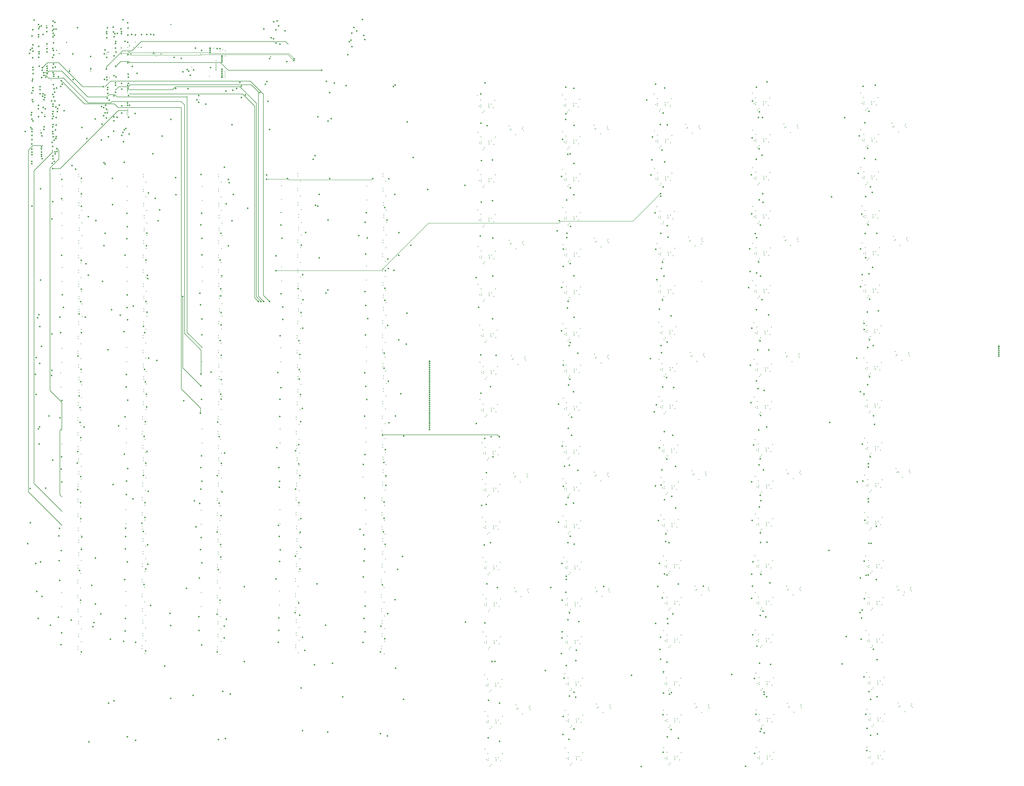
<source format=gbr>
%TF.GenerationSoftware,KiCad,Pcbnew,(6.99.0-3937-g3e53426b6c)*%
%TF.CreationDate,2024-12-16T03:44:04-05:00*%
%TF.ProjectId,AnalogFNN,416e616c-6f67-4464-9e4e-2e6b69636164,rev?*%
%TF.SameCoordinates,Original*%
%TF.FileFunction,Copper,L9,Inr*%
%TF.FilePolarity,Positive*%
%FSLAX46Y46*%
G04 Gerber Fmt 4.6, Leading zero omitted, Abs format (unit mm)*
G04 Created by KiCad (PCBNEW (6.99.0-3937-g3e53426b6c)) date 2024-12-16 03:44:04*
%MOMM*%
%LPD*%
G01*
G04 APERTURE LIST*
%TA.AperFunction,ComponentPad*%
%ADD10R,0.850000X0.850000*%
%TD*%
%TA.AperFunction,ComponentPad*%
%ADD11O,0.850000X0.850000*%
%TD*%
%TA.AperFunction,ViaPad*%
%ADD12C,0.400000*%
%TD*%
%TA.AperFunction,ViaPad*%
%ADD13C,0.800000*%
%TD*%
%TA.AperFunction,ViaPad*%
%ADD14C,0.600000*%
%TD*%
%TA.AperFunction,Conductor*%
%ADD15C,0.200000*%
%TD*%
%TA.AperFunction,Conductor*%
%ADD16C,0.250000*%
%TD*%
G04 APERTURE END LIST*
D10*
%TO.N,GND*%
%TO.C,SW1*%
X126899999Y-27699999D03*
D11*
%TO.N,Net-(SW1-B)*%
X126899999Y-28699999D03*
%TO.N,+3V3*%
X126899999Y-29699999D03*
%TD*%
D10*
%TO.N,-5V*%
%TO.C,J2*%
X132999999Y-42499999D03*
D11*
%TO.N,GND*%
X132999999Y-41499999D03*
%TO.N,+5V*%
X132999999Y-40499999D03*
%TO.N,GND*%
X132999999Y-39499999D03*
%TO.N,+3V3*%
X132999999Y-38499999D03*
%TD*%
D10*
%TO.N,GND*%
%TO.C,J1*%
X133031399Y-31767999D03*
D11*
%TO.N,/SWCLK*%
X133031399Y-32767999D03*
%TO.N,/SWDIO*%
X133031399Y-33767999D03*
%TO.N,+3V3*%
X133031399Y-34767999D03*
%TD*%
D10*
%TO.N,/L5_OUT1*%
%TO.C,J4*%
X532199999Y-180899999D03*
D11*
%TO.N,/L5_OUT2*%
X532199999Y-181899999D03*
%TO.N,/L5_OUT3*%
X532199999Y-182899999D03*
%TO.N,/L5_OUT4*%
X532199999Y-183899999D03*
%TO.N,/L5_OUT5*%
X532199999Y-184899999D03*
%TO.N,/L5_OUT6*%
X532199999Y-185899999D03*
%TD*%
D10*
%TO.N,/L1_IN1*%
%TO.C,J3*%
X239699999Y-188699999D03*
D11*
%TO.N,/L1_IN2*%
X239699999Y-189699999D03*
%TO.N,/L1_IN3*%
X239699999Y-190699999D03*
%TO.N,/L1_IN4*%
X239699999Y-191699999D03*
%TO.N,/L1_IN5*%
X239699999Y-192699999D03*
%TO.N,/L1_IN6*%
X239699999Y-193699999D03*
%TO.N,/L1_IN7*%
X239699999Y-194699999D03*
%TO.N,/L1_IN8*%
X239699999Y-195699999D03*
%TO.N,/L1_IN9*%
X239699999Y-196699999D03*
%TO.N,/L1_IN10*%
X239699999Y-197699999D03*
%TO.N,/L1_IN11*%
X239699999Y-198699999D03*
%TO.N,/L1_IN12*%
X239699999Y-199699999D03*
%TO.N,/L1_IN13*%
X239699999Y-200699999D03*
%TO.N,/L1_IN14*%
X239699999Y-201699999D03*
%TO.N,/L1_IN15*%
X239699999Y-202699999D03*
%TO.N,/L1_IN16*%
X239699999Y-203699999D03*
%TO.N,/L1_IN17*%
X239699999Y-204699999D03*
%TO.N,/L1_IN18*%
X239699999Y-205699999D03*
%TO.N,/L1_IN19*%
X239699999Y-206699999D03*
%TO.N,/L1_IN20*%
X239699999Y-207699999D03*
%TO.N,/L1_IN21*%
X239699999Y-208699999D03*
%TO.N,/L1_IN22*%
X239699999Y-209699999D03*
%TO.N,/L1_IN23*%
X239699999Y-210699999D03*
%TO.N,/L1_IN24*%
X239699999Y-211699999D03*
%TO.N,/L1_IN25*%
X239699999Y-212699999D03*
%TO.N,/L1_IN26*%
X239699999Y-213699999D03*
%TO.N,/L1_IN27*%
X239699999Y-214699999D03*
%TO.N,/L1_IN28*%
X239699999Y-215699999D03*
%TO.N,/L1_IN29*%
X239699999Y-216699999D03*
%TO.N,/L1_IN30*%
X239699999Y-217699999D03*
%TO.N,/L1_IN31*%
X239699999Y-218699999D03*
%TO.N,/L1_IN32*%
X239699999Y-219699999D03*
%TO.N,/L1_IN33*%
X239699999Y-220699999D03*
%TO.N,/L1_IN34*%
X239699999Y-221699999D03*
%TO.N,/L1_IN35*%
X239699999Y-222699999D03*
%TO.N,/L1_IN36*%
X239699999Y-223699999D03*
%TD*%
D12*
%TO.N,Net-(U3B-+)*%
X280578000Y-67636000D03*
X281094000Y-69686300D03*
%TO.N,Net-(C2-Pad2)*%
X283955000Y-72131800D03*
X287359000Y-69058400D03*
%TO.N,Net-(U7B-+)*%
X280678000Y-126336000D03*
X281194000Y-128386000D03*
%TO.N,Net-(C5-Pad2)*%
X287459000Y-127758000D03*
X284055000Y-130832000D03*
%TO.N,Net-(U11B-+)*%
X282237000Y-187723000D03*
X281722000Y-185672000D03*
%TO.N,Net-(C8-Pad2)*%
X285099000Y-190168000D03*
X288502000Y-187095000D03*
%TO.N,Net-(U15B-+)*%
X283429000Y-248111000D03*
X282913000Y-246061000D03*
%TO.N,Net-(C11-Pad2)*%
X286290000Y-250557000D03*
X289694000Y-247483000D03*
%TO.N,Net-(U19B-+)*%
X283794000Y-307086000D03*
X283278000Y-305036000D03*
%TO.N,Net-(C14-Pad2)*%
X286655000Y-309532000D03*
X290059000Y-306458000D03*
%TO.N,Net-(U23B-+)*%
X284164000Y-365225000D03*
X284679000Y-367275000D03*
%TO.N,Net-(C17-Pad2)*%
X290944000Y-366647000D03*
X287541000Y-369721000D03*
%TO.N,Net-(U27B-+)*%
X324178000Y-67236000D03*
X324694000Y-69286300D03*
%TO.N,Net-(C20-Pad2)*%
X327555000Y-71731800D03*
X330959000Y-68658400D03*
%TO.N,Net-(U31B-+)*%
X324944000Y-127350000D03*
X324429000Y-125300000D03*
%TO.N,Net-(C23-Pad2)*%
X331209000Y-126722000D03*
X327806000Y-129796000D03*
%TO.N,Net-(U36B-+)*%
X324429000Y-184900000D03*
X324944000Y-186950000D03*
%TO.N,Net-(C26-Pad2)*%
X331209000Y-186322000D03*
X327806000Y-189396000D03*
%TO.N,Net-(U40B-+)*%
X324909000Y-247575000D03*
X324394000Y-245525000D03*
%TO.N,Net-(C29-Pad2)*%
X331174000Y-246947000D03*
X327771000Y-250021000D03*
%TO.N,Net-(U44B-+)*%
X325394000Y-306986000D03*
X324878000Y-304936000D03*
%TO.N,Net-(C32-Pad2)*%
X331659000Y-306358000D03*
X328255000Y-309432000D03*
%TO.N,Net-(U48B-+)*%
X325480000Y-364664000D03*
X325995000Y-366714000D03*
%TO.N,Net-(C35-Pad2)*%
X332260000Y-366086000D03*
X328856000Y-369159000D03*
%TO.N,Net-(U51B-+)*%
X371844000Y-68850100D03*
X371329000Y-66799800D03*
%TO.N,Net-(C38-Pad2)*%
X378109000Y-68222200D03*
X374706000Y-71295600D03*
%TO.N,Net-(U55B-+)*%
X372743000Y-124763000D03*
X373259000Y-126813000D03*
%TO.N,Net-(C41-Pad2)*%
X379524000Y-126185000D03*
X376120000Y-129258000D03*
%TO.N,Net-(U59B-+)*%
X374181000Y-186152000D03*
X373666000Y-184102000D03*
%TO.N,Net-(C44-Pad2)*%
X380446000Y-185524000D03*
X377043000Y-188598000D03*
%TO.N,Net-(U63B-+)*%
X374629000Y-244900000D03*
X375144000Y-246950000D03*
%TO.N,Net-(C47-Pad2)*%
X381409000Y-246322000D03*
X378006000Y-249396000D03*
%TO.N,Net-(U67B-+)*%
X376594000Y-306286000D03*
X376078000Y-304236000D03*
%TO.N,Net-(C50-Pad2)*%
X379455000Y-308732000D03*
X382859000Y-305658000D03*
%TO.N,Net-(U71B-+)*%
X376579000Y-366619000D03*
X376064000Y-364569000D03*
%TO.N,Net-(C53-Pad2)*%
X382844000Y-365991000D03*
X379441000Y-369064000D03*
%TO.N,Net-(U75B-+)*%
X422299000Y-68504500D03*
X421783000Y-66454200D03*
%TO.N,Net-(C56-Pad2)*%
X425160000Y-70950000D03*
X428564000Y-67876600D03*
%TO.N,Net-(U79B-+)*%
X421929000Y-124600000D03*
X422444000Y-126650000D03*
%TO.N,Net-(C59-Pad2)*%
X425306000Y-129096000D03*
X428709000Y-126022000D03*
%TO.N,Net-(U83B-+)*%
X422583000Y-184254000D03*
X423099000Y-186305000D03*
%TO.N,Net-(C62-Pad2)*%
X429364000Y-185677000D03*
X425960000Y-188750000D03*
%TO.N,Net-(U87B-+)*%
X423189000Y-244400000D03*
X423704000Y-246450000D03*
%TO.N,Net-(C65-Pad2)*%
X426566000Y-248896000D03*
X429969000Y-245822000D03*
%TO.N,Net-(U91B-+)*%
X423164000Y-304125000D03*
X423679000Y-306175000D03*
%TO.N,Net-(C68-Pad2)*%
X426541000Y-308621000D03*
X429944000Y-305547000D03*
%TO.N,Net-(U95B-+)*%
X424144000Y-366450000D03*
X423629000Y-364400000D03*
%TO.N,Net-(C71-Pad2)*%
X430409000Y-365822000D03*
X427006000Y-368896000D03*
%TO.N,Net-(U99B-+)*%
X477894000Y-68286300D03*
X477378000Y-66236000D03*
%TO.N,Net-(C74-Pad2)*%
X484159000Y-67658400D03*
X480755000Y-70731800D03*
%TO.N,Net-(U103B-+)*%
X478078000Y-124436000D03*
X478594000Y-126486000D03*
%TO.N,Net-(C77-Pad2)*%
X481455000Y-128932000D03*
X484859000Y-125858000D03*
%TO.N,Net-(U107B-+)*%
X479499000Y-185604000D03*
X478983000Y-183553000D03*
%TO.N,Net-(C80-Pad2)*%
X482360000Y-188049000D03*
X485764000Y-184976000D03*
%TO.N,Net-(U111B-+)*%
X480886000Y-245638000D03*
X479881000Y-245752000D03*
X479366000Y-243702000D03*
%TO.N,Net-(C83-Pad2)*%
X486146000Y-245124000D03*
X482743000Y-248198000D03*
%TO.N,Net-(U115B-+)*%
X480495000Y-306314000D03*
X479980000Y-304264000D03*
%TO.N,Net-(U115C--)*%
X483700000Y-307200000D03*
%TO.N,Net-(C86-Pad2)*%
X486760000Y-305686000D03*
X483356000Y-308759000D03*
%TO.N,Net-(U119B-+)*%
X480513000Y-364149000D03*
X481029000Y-366199000D03*
%TO.N,Net-(C89-Pad2)*%
X487294000Y-365571000D03*
X483890000Y-368645000D03*
%TO.N,GND*%
X310573000Y-332476000D03*
X468693000Y-212209000D03*
X315189000Y-393319000D03*
X172150000Y-108250000D03*
X131200000Y-184150000D03*
X356514000Y-109163000D03*
X463073000Y-93776400D03*
X331700000Y-247800000D03*
X361628000Y-293515000D03*
X130730000Y-294350000D03*
X308309000Y-268186000D03*
X266128000Y-56915200D03*
X272479000Y-236455000D03*
X461299000Y-69572400D03*
X308165000Y-229925000D03*
X171230000Y-322750000D03*
X407333000Y-55733400D03*
X92200000Y-225880000D03*
X215750000Y-101050000D03*
X464678000Y-211094000D03*
X487000000Y-304800000D03*
X378300000Y-67400000D03*
X266373000Y-153876000D03*
X363381000Y-193433000D03*
X215650000Y-210450000D03*
X408739000Y-233679000D03*
X405699000Y-89115600D03*
X272993000Y-314367000D03*
X362458000Y-134093000D03*
X92600000Y-245980000D03*
X407549000Y-367736000D03*
X215950000Y-155750000D03*
X464434000Y-367485000D03*
X413194000Y-354794000D03*
X268084000Y-368561000D03*
X309251000Y-349064000D03*
X131025000Y-330145000D03*
X59025000Y-218845000D03*
X130630000Y-260150000D03*
X131130000Y-252550000D03*
X407400000Y-348800000D03*
D13*
X46600000Y-31200000D03*
D12*
X91940000Y-301940000D03*
D13*
X35700000Y-43500000D03*
D12*
X484400000Y-66800000D03*
X264449000Y-110736000D03*
X407109000Y-247736000D03*
X59525000Y-198027000D03*
X412904000Y-253730000D03*
X308349000Y-128636000D03*
X487500000Y-364700000D03*
X361778000Y-312451000D03*
X470223000Y-392804000D03*
X215325000Y-294245000D03*
X309395000Y-387325000D03*
X463895000Y-326925000D03*
X412879000Y-313455000D03*
X59225000Y-233745000D03*
X130000000Y-34100000D03*
X467788000Y-153092000D03*
X288000000Y-128600000D03*
D13*
X65600000Y-38200000D03*
D12*
X290300000Y-305600000D03*
D13*
X73800000Y-22300000D03*
D12*
X59325000Y-191827000D03*
X355244000Y-89461200D03*
X134700000Y-31700000D03*
X59323200Y-323510000D03*
X59525000Y-108545000D03*
X215290000Y-329850000D03*
X131610000Y-114850000D03*
X412874000Y-332780000D03*
X92925000Y-156345000D03*
X172350000Y-121050000D03*
X92340000Y-329640000D03*
X266829000Y-268722000D03*
X314139000Y-153955000D03*
X407079000Y-326786000D03*
X126600000Y-42100000D03*
X408883000Y-271940000D03*
X331900000Y-305500000D03*
X92300000Y-252480000D03*
X92200000Y-218280000D03*
X383400000Y-306500000D03*
X215525000Y-252145000D03*
X430200000Y-245000000D03*
X266228000Y-115615000D03*
X428900000Y-125200000D03*
X355249000Y-70136200D03*
X216150000Y-114550000D03*
D13*
X35600000Y-54100000D03*
D12*
X59125000Y-253045000D03*
X429600000Y-184800000D03*
X266273000Y-95176400D03*
X59225000Y-211127000D03*
X463773000Y-151976000D03*
X92400000Y-233180000D03*
X408888000Y-252615000D03*
X357586000Y-187438000D03*
X406504000Y-187591000D03*
X359999000Y-307572000D03*
X171150000Y-267450000D03*
X363231000Y-174496000D03*
X381000000Y-186400000D03*
D13*
X73800000Y-32400000D03*
D12*
X268463000Y-235340000D03*
X309400000Y-368000000D03*
X215225000Y-260045000D03*
X331500000Y-69500000D03*
X171550000Y-280950000D03*
X131210000Y-93750000D03*
X411644000Y-133930000D03*
D13*
X84700000Y-31000000D03*
D12*
X270244000Y-116730000D03*
X411639000Y-153255000D03*
X462904000Y-186890000D03*
X309878000Y-75451400D03*
X59323200Y-330110000D03*
X361763000Y-372784000D03*
D13*
X73700000Y-63500000D03*
D12*
X265493000Y-170072000D03*
X411498000Y-75784700D03*
X267194000Y-327697000D03*
X92226800Y-274780000D03*
X314588000Y-333592000D03*
X171150000Y-259850000D03*
X310123000Y-152840000D03*
X314139000Y-213555000D03*
X405849000Y-127936000D03*
X363376000Y-212758000D03*
X269858000Y-392765000D03*
X172125000Y-149945000D03*
X59000000Y-260640000D03*
X430200000Y-304700000D03*
X463281000Y-266363000D03*
X486400000Y-244300000D03*
X92725000Y-150145000D03*
X467644000Y-114830000D03*
X408858000Y-331665000D03*
X214990000Y-336350000D03*
X92340000Y-323040000D03*
X171030000Y-316550000D03*
X59525000Y-204627000D03*
X412899000Y-273055000D03*
X92820000Y-204250000D03*
X171730000Y-210850000D03*
X310128000Y-133515000D03*
X461294000Y-88897400D03*
X131030000Y-225950000D03*
X360894000Y-57194100D03*
X463286000Y-247038000D03*
X465529000Y-293543000D03*
X131625000Y-156245000D03*
X215625000Y-287745000D03*
X310428000Y-294215000D03*
X170930000Y-335850000D03*
X92525000Y-142845000D03*
X469076000Y-272358000D03*
X59725000Y-114745000D03*
X308314000Y-248861000D03*
X408278000Y-211795000D03*
X487800000Y-366400000D03*
X267049000Y-289436000D03*
X131410000Y-108650000D03*
X134600000Y-39500000D03*
X272628000Y-255392000D03*
X467093000Y-75566500D03*
X59325000Y-93645000D03*
X215625000Y-232845000D03*
X59425000Y-127845000D03*
X172350000Y-114450000D03*
X464429000Y-386810000D03*
X365793000Y-313567000D03*
X171630000Y-239450000D03*
X313744000Y-57630300D03*
X215550000Y-142250000D03*
X289100000Y-187900000D03*
X171925000Y-142645000D03*
X313994000Y-175294000D03*
X359365000Y-192317000D03*
X408283000Y-192470000D03*
X215750000Y-191150000D03*
X380700000Y-184700000D03*
X92140000Y-316840000D03*
X413339000Y-393055000D03*
X214890000Y-309750000D03*
X215950000Y-162350000D03*
X362453000Y-153418000D03*
X365629000Y-354963000D03*
X172030000Y-197750000D03*
X405844000Y-147261000D03*
X314109000Y-254855000D03*
X272988000Y-333692000D03*
X428800000Y-67000000D03*
X215825000Y-245645000D03*
X361614000Y-353848000D03*
X92925000Y-162945000D03*
D13*
X35300000Y-85900000D03*
D12*
X308200000Y-109700000D03*
D13*
X74100000Y-53400000D03*
D12*
X91940000Y-309540000D03*
D13*
X85000000Y-52000000D03*
D12*
X92126800Y-294080000D03*
X264349000Y-52036200D03*
X130830000Y-275050000D03*
X331400000Y-246100000D03*
X170830000Y-301650000D03*
X215550000Y-183850000D03*
X59650000Y-163050000D03*
X288800000Y-186200000D03*
X430900000Y-366700000D03*
X128600000Y-27700000D03*
X309979000Y-114579000D03*
X92825000Y-108645000D03*
X383100000Y-304800000D03*
X461994000Y-147097000D03*
X380100000Y-127000000D03*
X131430000Y-246050000D03*
X381600000Y-245500000D03*
X131030000Y-218350000D03*
X268973000Y-332576000D03*
X215950000Y-197350000D03*
X172325000Y-156145000D03*
X131030000Y-287850000D03*
X407478000Y-93994600D03*
X412729000Y-294519000D03*
X486300000Y-185800000D03*
X361773000Y-331776000D03*
X93025000Y-114845000D03*
X215750000Y-93450000D03*
X92625000Y-93745000D03*
X59400000Y-288340000D03*
X378600000Y-69100000D03*
X131210000Y-101350000D03*
X407479000Y-113879000D03*
X215290000Y-323250000D03*
X379800000Y-125300000D03*
X412149000Y-174649000D03*
X408133000Y-173533000D03*
X92426800Y-287580000D03*
X268613000Y-254276000D03*
D13*
X46200000Y-84500000D03*
D12*
X406499000Y-206916000D03*
X270393000Y-135667000D03*
X462754000Y-167953000D03*
X171230000Y-225950000D03*
X265638000Y-208334000D03*
X407084000Y-307461000D03*
X468931000Y-234096000D03*
X361758000Y-392109000D03*
X59400000Y-281740000D03*
X130725000Y-336645000D03*
X215950000Y-108350000D03*
X287892000Y-69922000D03*
X430600000Y-365000000D03*
X130630000Y-267750000D03*
X465060000Y-271242000D03*
X171330000Y-252550000D03*
D13*
X35400000Y-74600000D03*
D12*
X268978000Y-313251000D03*
X267199000Y-308372000D03*
X310123000Y-212440000D03*
X215625000Y-281145000D03*
X463778000Y-132651000D03*
X131325000Y-169345000D03*
X266684000Y-230461000D03*
D13*
X46300000Y-73200000D03*
D12*
X465679000Y-312479000D03*
X92620000Y-191450000D03*
X131310000Y-127950000D03*
X311029000Y-353943000D03*
X359984000Y-367905000D03*
X357028000Y-75015200D03*
X130825000Y-317345000D03*
D13*
X309700000Y-307300000D03*
D12*
X171630000Y-176650000D03*
X359216000Y-173381000D03*
X171830000Y-191550000D03*
X215650000Y-168850000D03*
X365779000Y-373899000D03*
X365644000Y-294630000D03*
X360328000Y-253115000D03*
X131225000Y-142745000D03*
X215950000Y-203950000D03*
X215750000Y-149550000D03*
D13*
X54700000Y-39600000D03*
D12*
X411349000Y-56848500D03*
X215550000Y-134650000D03*
X59023200Y-336610000D03*
X362309000Y-115157000D03*
X92600000Y-239380000D03*
X268608000Y-273601000D03*
X331400000Y-125900000D03*
X131200000Y-176550000D03*
X272623000Y-274717000D03*
X171950000Y-93350000D03*
X469545000Y-294658000D03*
X59123200Y-317310000D03*
X356879000Y-56079000D03*
X484700000Y-68500000D03*
X464533000Y-172832000D03*
X358443000Y-132978000D03*
X215425000Y-225545000D03*
X468549000Y-173948000D03*
X130625000Y-302445000D03*
X465674000Y-331804000D03*
X287587000Y-68194800D03*
X470228000Y-373479000D03*
X407623000Y-152140000D03*
X364194000Y-235294000D03*
X309944000Y-234804000D03*
X215550000Y-176250000D03*
X92820000Y-197650000D03*
X131230000Y-233250000D03*
X466213000Y-372364000D03*
X131430000Y-239450000D03*
X360179000Y-234179000D03*
X358400000Y-229300000D03*
X360323000Y-272440000D03*
X331700000Y-127600000D03*
X313959000Y-235919000D03*
X463137000Y-228102000D03*
X308649000Y-289336000D03*
X463078000Y-74451400D03*
X412298000Y-193585000D03*
X58923200Y-310010000D03*
X271437000Y-195003000D03*
X273729000Y-355619000D03*
X309979000Y-174179000D03*
X464916000Y-232981000D03*
X291500000Y-367500000D03*
D13*
X35400000Y-64100000D03*
D12*
X59125000Y-176927000D03*
X407628000Y-132815000D03*
X290200000Y-248300000D03*
X381900000Y-247200000D03*
X265643000Y-189009000D03*
X466944000Y-56630300D03*
X469081000Y-253033000D03*
D13*
X84800000Y-41000000D03*
D12*
X269863000Y-373440000D03*
X315045000Y-355058000D03*
X264599000Y-129672000D03*
X310128000Y-193115000D03*
X267421000Y-193888000D03*
X92420000Y-184150000D03*
X358293000Y-114042000D03*
X464284000Y-348549000D03*
X92026800Y-259880000D03*
X462928000Y-55515200D03*
X271432000Y-214328000D03*
X93025000Y-121445000D03*
X170830000Y-309250000D03*
X267416000Y-213213000D03*
X461149000Y-50636200D03*
X332200000Y-307200000D03*
X59325000Y-101245000D03*
X470079000Y-354543000D03*
X308344000Y-147961000D03*
D13*
X307855700Y-327600000D03*
D12*
X171350000Y-274750000D03*
X313888000Y-95891500D03*
X267935000Y-349625000D03*
X361044000Y-76130300D03*
X172025000Y-169245000D03*
X171230000Y-329350000D03*
X408863000Y-312340000D03*
X331200000Y-67800000D03*
X364344000Y-254230000D03*
X273879000Y-374555000D03*
X59725000Y-121345000D03*
X408714000Y-293404000D03*
X59100000Y-294840000D03*
X92026800Y-267480000D03*
X413344000Y-373730000D03*
X311174000Y-392204000D03*
X466208000Y-391689000D03*
X405554000Y-50854400D03*
X409179000Y-353679000D03*
X359994000Y-326897000D03*
X314144000Y-134630000D03*
X270388000Y-154992000D03*
X59350000Y-169550000D03*
X379384000Y-147589000D03*
X59250000Y-142950000D03*
X59425000Y-246545000D03*
X429900000Y-186500000D03*
X331800000Y-187200000D03*
X314593000Y-314267000D03*
X429100000Y-68700000D03*
X92625000Y-101345000D03*
X308200000Y-169300000D03*
X215090000Y-317050000D03*
X314104000Y-274180000D03*
X289900000Y-246600000D03*
X171630000Y-184250000D03*
X308094000Y-89897400D03*
X462899000Y-206215000D03*
X59025000Y-226445000D03*
X268079000Y-387886000D03*
X131025000Y-323545000D03*
X59125000Y-184527000D03*
X59450000Y-150250000D03*
X268828000Y-294315000D03*
X131600000Y-204250000D03*
X271288000Y-176067000D03*
X364339000Y-273555000D03*
X171250000Y-294050000D03*
X406935000Y-288525000D03*
X291200000Y-365800000D03*
D13*
X46500000Y-52700000D03*
D12*
X215225000Y-267645000D03*
X92420000Y-176550000D03*
X131425000Y-150045000D03*
X359360000Y-211642000D03*
X379389000Y-128264000D03*
X270293000Y-76966500D03*
X264494000Y-90297400D03*
X467793000Y-133767000D03*
X131400000Y-191450000D03*
X485400000Y-126700000D03*
X215425000Y-274945000D03*
X466063000Y-353428000D03*
X409328000Y-372615000D03*
X358438000Y-152303000D03*
X356664000Y-128099000D03*
X355100000Y-51200000D03*
X269714000Y-354504000D03*
X411494000Y-114994000D03*
X266834000Y-249397000D03*
X266278000Y-75851400D03*
X92525000Y-135245000D03*
X365774000Y-393224000D03*
X487300000Y-306500000D03*
X461849000Y-108836000D03*
X131225000Y-135145000D03*
X407104000Y-267061000D03*
X215825000Y-239045000D03*
X310578000Y-313151000D03*
X412293000Y-212910000D03*
X383100000Y-365100000D03*
X59650000Y-156450000D03*
X313994000Y-115694000D03*
X309728000Y-56515200D03*
X290600000Y-307300000D03*
X216150000Y-121150000D03*
X307949000Y-51636200D03*
X405700000Y-109000000D03*
X430500000Y-306400000D03*
X273874000Y-393880000D03*
X469689000Y-332919000D03*
X131625000Y-162845000D03*
X172325000Y-162745000D03*
X131600000Y-197650000D03*
X313893000Y-76566500D03*
X331500000Y-185500000D03*
X429200000Y-126900000D03*
D13*
X35400000Y-21400000D03*
D12*
X356659000Y-147424000D03*
D13*
X84700000Y-20900000D03*
D12*
X358549000Y-248236000D03*
X272844000Y-295430000D03*
X311179000Y-372879000D03*
X468698000Y-192884000D03*
X310088000Y-273065000D03*
X407544000Y-387061000D03*
X463900000Y-307600000D03*
X310093000Y-253740000D03*
X409323000Y-391940000D03*
X287700000Y-126900000D03*
X464683000Y-191769000D03*
D13*
X46600000Y-42100000D03*
D12*
X467088000Y-94891500D03*
X171925000Y-135045000D03*
X58923200Y-302410000D03*
X130625000Y-310045000D03*
X172030000Y-204350000D03*
X215425000Y-217945000D03*
X171950000Y-100950000D03*
X131610000Y-121450000D03*
X463751000Y-288664000D03*
X59425000Y-239945000D03*
X264594000Y-148997000D03*
X267272000Y-174951000D03*
X214890000Y-302150000D03*
X411493000Y-95109700D03*
X314444000Y-295330000D03*
X469694000Y-313594000D03*
X314144000Y-194230000D03*
X359979000Y-387230000D03*
X407483000Y-74669600D03*
X332800000Y-366900000D03*
X357437000Y-168502000D03*
X270144000Y-58030300D03*
D13*
X46300000Y-62700000D03*
D12*
X357023000Y-94340200D03*
X134600000Y-41500000D03*
X359849000Y-288636000D03*
X309873000Y-94776400D03*
X92625000Y-169445000D03*
X59250000Y-135350000D03*
X406354000Y-168654000D03*
X171550000Y-287550000D03*
X266378000Y-134551000D03*
X84600000Y-62100000D03*
X486000000Y-184100000D03*
X463628000Y-113715000D03*
X122100000Y-30700000D03*
X92426800Y-280980000D03*
X405704000Y-69790600D03*
X75200000Y-42900000D03*
X357581000Y-206763000D03*
X486700000Y-246000000D03*
X308349000Y-188236000D03*
X358544000Y-267561000D03*
X361039000Y-95455300D03*
X308344000Y-207561000D03*
X131300000Y-210750000D03*
X430500000Y-246700000D03*
X270288000Y-96291500D03*
X171630000Y-246050000D03*
X485100000Y-125000000D03*
X365788000Y-332892000D03*
X308099000Y-70572400D03*
X131030000Y-281250000D03*
X461999000Y-127772000D03*
X359835000Y-348969000D03*
X465065000Y-251917000D03*
X59000000Y-268240000D03*
X264499000Y-70972400D03*
X59200000Y-275540000D03*
X92725000Y-127945000D03*
X332500000Y-365200000D03*
X92520000Y-210750000D03*
X172050000Y-127550000D03*
X171430000Y-233250000D03*
X412754000Y-234794000D03*
D13*
X46300000Y-20000000D03*
D12*
X383400000Y-366800000D03*
X215850000Y-127650000D03*
X117500000Y-37400000D03*
D13*
X35700000Y-32600000D03*
D12*
X406960000Y-228800000D03*
X315194000Y-373994000D03*
X92040000Y-336140000D03*
X171230000Y-218350000D03*
D13*
%TO.N,/Neuron6_1/IN1*%
X306441100Y-116352700D03*
X307831500Y-232188300D03*
X308885400Y-351356200D03*
X307549500Y-172915900D03*
X307752100Y-292436000D03*
%TO.N,/Neuron6_1/IN2*%
X309073900Y-242511000D03*
X312042600Y-178940500D03*
X309998400Y-299092000D03*
X312173400Y-119246500D03*
X309766500Y-61392000D03*
X313985000Y-358642500D03*
%TO.N,/Neuron6_1/IN3*%
X307828400Y-311372000D03*
X308400000Y-371100000D03*
X308005100Y-74491400D03*
X308440200Y-252799300D03*
X308429400Y-130894500D03*
X308429000Y-190529700D03*
%TO.N,/Neuron6_1/IN4*%
X311900000Y-82000000D03*
X311749000Y-197779600D03*
X311600300Y-317887900D03*
X310906000Y-258617000D03*
X313828400Y-377539900D03*
X311991700Y-138407600D03*
X305300000Y-121500000D03*
%TO.N,/Neuron6_1/IN5*%
X306011800Y-210594000D03*
X307400000Y-338800000D03*
X307794000Y-330697000D03*
X306011800Y-271286000D03*
X307621700Y-150640400D03*
X307497000Y-93546300D03*
%TO.N,/Neuron6_1/IN6*%
X312695800Y-217237400D03*
X311991700Y-278458000D03*
X315100000Y-337100000D03*
X312100000Y-99421900D03*
X310936000Y-157717000D03*
%TO.N,/Neuron6_1/OUT*%
X357839200Y-292430000D03*
X351249000Y-54300000D03*
X357837600Y-233007300D03*
X355605800Y-112263000D03*
X359906900Y-348138900D03*
%TO.N,/Neuron6_10/IN2*%
X361587900Y-238866300D03*
X359717900Y-61008500D03*
X364000200Y-358864300D03*
X361705900Y-298392000D03*
X361809900Y-118932000D03*
X361824200Y-178658000D03*
%TO.N,/Neuron6_10/IN3*%
X359681800Y-370196800D03*
X359349000Y-310137300D03*
X354249000Y-73236200D03*
X358629400Y-252153800D03*
X353270500Y-187222500D03*
X355903000Y-130976500D03*
%TO.N,/Neuron6_10/IN4*%
X363817500Y-377779100D03*
X359200000Y-80000000D03*
X364153500Y-258000000D03*
X364738200Y-318329500D03*
X355750100Y-252602600D03*
X361536200Y-196991500D03*
X359457600Y-137707000D03*
%TO.N,/Neuron6_10/IN5*%
X356930400Y-304292000D03*
X359760800Y-389522500D03*
X358398400Y-330354000D03*
X329187100Y-304292000D03*
X356324500Y-210959000D03*
X357276800Y-270474000D03*
X356560300Y-146601200D03*
X353516200Y-92830000D03*
%TO.N,/Neuron6_10/IN6*%
X355159300Y-214586000D03*
X359722900Y-98993100D03*
X348475200Y-396826100D03*
X358035000Y-336653000D03*
X359435400Y-157060400D03*
X361136000Y-277317000D03*
X343485300Y-349914700D03*
%TO.N,/Neuron6_13/IN1*%
X405240000Y-112821100D03*
X406624200Y-351584200D03*
X405936200Y-291626200D03*
X405277400Y-171589300D03*
X406205200Y-231605200D03*
X405634400Y-54793400D03*
%TO.N,/Neuron6_13/IN2*%
X409935200Y-298157900D03*
X409663400Y-238668000D03*
X409547400Y-178195500D03*
X409184400Y-60391900D03*
X411611100Y-358556000D03*
X409673400Y-118531000D03*
%TO.N,/Neuron6_13/IN3*%
X405245100Y-310394000D03*
X404244300Y-130754000D03*
X404546600Y-190634000D03*
X405498600Y-73736800D03*
X407385600Y-370028800D03*
X405245100Y-250514000D03*
%TO.N,/Neuron6_10/OUT*%
X411073100Y-316991000D03*
X407670100Y-198618000D03*
X409663400Y-257492000D03*
X410141000Y-377492000D03*
X409000000Y-79315100D03*
X408808100Y-137538400D03*
%TO.N,/Neuron6_11/OUT*%
X405047900Y-92756500D03*
X405694100Y-329151100D03*
X380426000Y-304172000D03*
X405451500Y-270395700D03*
X403683500Y-150714000D03*
X404916300Y-209836000D03*
X406779900Y-390046900D03*
X405658800Y-304172000D03*
%TO.N,/Neuron6_12/OUT*%
X410533000Y-156924200D03*
X409757800Y-216459200D03*
X407900000Y-335000000D03*
X409708000Y-276805000D03*
X402125300Y-396657100D03*
X411020500Y-106889900D03*
X394948200Y-349551800D03*
%TO.N,/Neuron6_13/OUT*%
X463084633Y-172193672D03*
X463060800Y-291259200D03*
X461800000Y-113000000D03*
X462140200Y-231202000D03*
X462947900Y-350772900D03*
X462955500Y-169100000D03*
%TO.N,/Neuron6_14/OUT*%
X465754100Y-177570800D03*
X465046500Y-118376700D03*
X465475800Y-358305000D03*
X465165700Y-298420000D03*
X466137200Y-237716500D03*
X465475800Y-60168900D03*
%TO.N,/Neuron6_15/OUT*%
X463119300Y-310571800D03*
X459201000Y-186936900D03*
X463859700Y-370010200D03*
X461186000Y-130872000D03*
X462373900Y-250138000D03*
X460537000Y-72780300D03*
%TO.N,/Neuron6_16/OUT*%
X462007400Y-316382000D03*
X459495900Y-250514000D03*
X464449500Y-377229000D03*
X465716700Y-196514100D03*
X464860400Y-79122000D03*
X463798200Y-135292400D03*
%TO.N,/Neuron6_17/OUT*%
X461168000Y-150197000D03*
X460007100Y-91997400D03*
X462990400Y-205378500D03*
X444900400Y-285799600D03*
X453845000Y-330025000D03*
X463361400Y-270277400D03*
X461493600Y-331400000D03*
X464400000Y-388600000D03*
%TO.N,/Neuron6_18/OUT*%
X466279100Y-98907200D03*
X467843400Y-216582000D03*
X467800000Y-336600000D03*
X465876300Y-156628100D03*
X469300000Y-273400000D03*
D12*
%TO.N,-5V*%
X470076000Y-353834000D03*
X412752000Y-234085000D03*
X271435000Y-194294000D03*
X272841000Y-294722000D03*
X315043000Y-354349000D03*
X412727000Y-293810000D03*
X271430000Y-213619000D03*
X360892000Y-56485400D03*
X314141000Y-193522000D03*
X364341000Y-253522000D03*
X314106000Y-254147000D03*
X313886000Y-95182800D03*
X413336000Y-392347000D03*
X413341000Y-373022000D03*
X411491000Y-94401000D03*
X468546000Y-173239000D03*
X272476000Y-235747000D03*
X466941000Y-55921600D03*
X315192000Y-373285000D03*
X363229000Y-173788000D03*
X270386000Y-154283000D03*
X469687000Y-332210000D03*
X467786000Y-152383000D03*
X273727000Y-354910000D03*
X470226000Y-372771000D03*
X134600000Y-42500000D03*
X412871000Y-332072000D03*
X362451000Y-152709000D03*
X273871000Y-393172000D03*
X363378000Y-192724000D03*
X365791000Y-312858000D03*
X365641000Y-293922000D03*
X314591000Y-313558000D03*
X411641000Y-133222000D03*
X314141000Y-133922000D03*
X412296000Y-192876000D03*
X412901000Y-253022000D03*
X469543000Y-293949000D03*
X361036000Y-94746600D03*
X468929000Y-233388000D03*
X314136000Y-153247000D03*
X412876000Y-312747000D03*
X313741000Y-56921600D03*
X413192000Y-354085000D03*
X314101000Y-273472000D03*
X313957000Y-235210000D03*
X467791000Y-133058000D03*
X270291000Y-76257800D03*
X362306000Y-114448000D03*
X271285000Y-175358000D03*
X365627000Y-354254000D03*
X314441000Y-294622000D03*
X469073000Y-271649000D03*
X313992000Y-174585000D03*
X270241000Y-116022000D03*
X470221000Y-392096000D03*
X469078000Y-252324000D03*
X314586000Y-332883000D03*
X270286000Y-95582800D03*
X313992000Y-114985000D03*
X272626000Y-254683000D03*
X469692000Y-312885000D03*
X467641000Y-114122000D03*
X364336000Y-272847000D03*
X272986000Y-332983000D03*
X412146000Y-173940000D03*
X361041000Y-75421600D03*
X365786000Y-332183000D03*
X362456000Y-133384000D03*
X364192000Y-234585000D03*
X273876000Y-373847000D03*
X467091000Y-74857800D03*
X411346000Y-56139800D03*
X467086000Y-94182800D03*
X412896000Y-272347000D03*
X411636000Y-152547000D03*
X468691000Y-211500000D03*
X314136000Y-212847000D03*
X315187000Y-392610000D03*
X412291000Y-212201000D03*
X272991000Y-313658000D03*
X272621000Y-274008000D03*
X270141000Y-57321600D03*
X411496000Y-75076000D03*
X270391000Y-134958000D03*
X313891000Y-75857800D03*
X365771000Y-392516000D03*
X363373000Y-212049000D03*
X411492000Y-114285000D03*
X468696000Y-192175000D03*
X365776000Y-373190000D03*
%TO.N,+5V*%
X60400000Y-270940000D03*
X374604000Y-185728000D03*
X92200000Y-224680000D03*
X171950000Y-99750000D03*
X132900000Y-242100000D03*
X93800000Y-290100000D03*
X61100000Y-159100000D03*
X61125000Y-117445000D03*
X93440000Y-338740000D03*
X93800000Y-332200000D03*
X59100000Y-293540000D03*
X359358000Y-272923000D03*
X132500000Y-283900000D03*
X94500000Y-117500000D03*
X407312000Y-212277000D03*
X93340000Y-304640000D03*
X216900000Y-277400000D03*
X60525000Y-187227000D03*
X171330000Y-251250000D03*
X406663000Y-133298000D03*
X481452000Y-365774000D03*
X359214000Y-234662000D03*
X60800000Y-194300000D03*
X217050000Y-171450000D03*
X92625000Y-92545000D03*
X131030000Y-286650000D03*
X310209000Y-392687000D03*
D13*
X46400000Y-46400000D03*
D12*
X215525000Y-250845000D03*
X216700000Y-325900000D03*
X422867000Y-126225000D03*
X462663000Y-114198000D03*
X131625000Y-155045000D03*
X132800000Y-248600000D03*
X132500000Y-326200000D03*
X60700000Y-278000000D03*
X173325000Y-145345000D03*
X132710000Y-130550000D03*
X173800000Y-123700000D03*
X217400000Y-110900000D03*
X215625000Y-286545000D03*
X131030000Y-224750000D03*
X59650000Y-155250000D03*
X59200000Y-274240000D03*
X356058000Y-94822800D03*
X94398100Y-158993000D03*
X284217000Y-306662000D03*
X171730000Y-209550000D03*
X215425000Y-216745000D03*
X60800000Y-326200000D03*
X360807000Y-332259000D03*
X173000000Y-290100000D03*
X92820000Y-196450000D03*
X215550000Y-141050000D03*
X216925000Y-254745000D03*
X215625000Y-231545000D03*
X480304000Y-245328000D03*
X171230000Y-328150000D03*
X215750000Y-189850000D03*
X424567000Y-366025000D03*
X464709000Y-332287000D03*
X171230000Y-224750000D03*
X172900000Y-235700000D03*
X171230000Y-321550000D03*
X58923200Y-308810000D03*
X172550000Y-270150000D03*
X268893000Y-393248000D03*
X173300000Y-194000000D03*
X60825000Y-130445000D03*
X92426800Y-279780000D03*
X59350000Y-168250000D03*
X216950000Y-178950000D03*
X61000000Y-200700000D03*
X360812000Y-312934000D03*
X171150000Y-258650000D03*
X173000000Y-283600000D03*
X479017000Y-126062000D03*
X130625000Y-301245000D03*
X59123200Y-316010000D03*
X170930000Y-334550000D03*
X58923200Y-301210000D03*
X377017000Y-305862000D03*
X59323200Y-328910000D03*
X407898000Y-312823000D03*
X132725000Y-171945000D03*
X92420000Y-175350000D03*
X217000000Y-283800000D03*
X217300000Y-164900000D03*
X215290000Y-328650000D03*
X60400000Y-263340000D03*
X131225000Y-141545000D03*
X215825000Y-237845000D03*
X173130000Y-213450000D03*
X92426800Y-286380000D03*
X355914000Y-56561600D03*
X217300000Y-248200000D03*
X309163000Y-193598000D03*
X267647000Y-254759000D03*
X92525000Y-134045000D03*
X131600000Y-196450000D03*
X217050000Y-213050000D03*
X132300000Y-319800000D03*
X359363000Y-253598000D03*
X131610000Y-113650000D03*
X94000000Y-248500000D03*
X61125000Y-123945000D03*
X131025000Y-328945000D03*
X406658000Y-152623000D03*
X132430000Y-228650000D03*
X59325000Y-92445000D03*
X172325000Y-154945000D03*
X465247000Y-372847000D03*
X465242000Y-392172000D03*
X92625000Y-168145000D03*
X133000000Y-206800000D03*
X173325000Y-137745000D03*
X94300000Y-111100000D03*
X173700000Y-152400000D03*
X171150000Y-266250000D03*
X60650000Y-138050000D03*
X171630000Y-244850000D03*
D13*
X46500000Y-24900000D03*
D12*
X92925000Y-155145000D03*
D13*
X46100000Y-78200000D03*
D12*
X60323200Y-312710000D03*
X92525000Y-141645000D03*
X172630000Y-228650000D03*
X94100000Y-242000000D03*
X217400000Y-206500000D03*
X171350000Y-273450000D03*
X132025000Y-305145000D03*
X357328000Y-114524000D03*
X130625000Y-308845000D03*
X215225000Y-266445000D03*
X172325000Y-161545000D03*
X266456000Y-194370000D03*
X93925000Y-137945000D03*
X94100000Y-193900000D03*
X217150000Y-96150000D03*
X59225000Y-209827000D03*
X60423200Y-339210000D03*
X172030000Y-196550000D03*
X59023200Y-335310000D03*
X132030000Y-262850000D03*
X93820000Y-186850000D03*
X309163000Y-133998000D03*
X406514000Y-114362000D03*
X93800000Y-325700000D03*
X172650000Y-296650000D03*
X131610000Y-120250000D03*
X59725000Y-120145000D03*
X94300000Y-200300000D03*
X92925000Y-161745000D03*
X309158000Y-212923000D03*
X308912000Y-75934000D03*
X132125000Y-339245000D03*
X424127000Y-246025000D03*
X462107000Y-94259000D03*
X132800000Y-193900000D03*
X133000000Y-165400000D03*
X94500000Y-124000000D03*
X91940000Y-300740000D03*
X60925000Y-111045000D03*
X92820000Y-203050000D03*
X131300000Y-209450000D03*
X93340000Y-312240000D03*
X171630000Y-175450000D03*
X215750000Y-92250000D03*
X132300000Y-277500000D03*
X217150000Y-103750000D03*
X308763000Y-56997800D03*
X132500000Y-332700000D03*
X309128000Y-254223000D03*
X60500000Y-297440000D03*
D13*
X84500000Y-55800000D03*
D12*
X424102000Y-305750000D03*
X131230000Y-231950000D03*
X132900000Y-152500000D03*
X59000000Y-259440000D03*
X358251000Y-173864000D03*
X93600000Y-220980000D03*
X463951000Y-233464000D03*
X173800000Y-165300000D03*
X60725000Y-103945000D03*
X215850000Y-126350000D03*
X130825000Y-316045000D03*
X215225000Y-258845000D03*
X478317000Y-67861600D03*
X358400000Y-192800000D03*
X92140000Y-315540000D03*
X356063000Y-75497800D03*
X132600000Y-179250000D03*
X92725000Y-148845000D03*
X214890000Y-308550000D03*
X93700000Y-255080000D03*
X172150000Y-106950000D03*
X94025000Y-96445000D03*
X215825000Y-244445000D03*
X60900000Y-152700000D03*
X131210000Y-92550000D03*
X92026800Y-266280000D03*
X215950000Y-107050000D03*
X358395000Y-212125000D03*
X325332000Y-247150000D03*
X60425000Y-229145000D03*
X171950000Y-92150000D03*
X130730000Y-293050000D03*
D13*
X84900000Y-45700000D03*
D12*
X216950000Y-137350000D03*
X360663000Y-293998000D03*
X215325000Y-292945000D03*
X132700000Y-213350000D03*
X461963000Y-55997800D03*
X479922000Y-185179000D03*
X60525000Y-255645000D03*
X92300000Y-251180000D03*
X407923000Y-253098000D03*
X131200000Y-175350000D03*
X216825000Y-220645000D03*
X173030000Y-186950000D03*
X130830000Y-273750000D03*
X406368000Y-56216000D03*
X92200000Y-217080000D03*
X131030000Y-280050000D03*
X215425000Y-224345000D03*
X132130000Y-296950000D03*
X59323200Y-322310000D03*
X93800000Y-277200000D03*
X407168000Y-174016000D03*
D13*
X84600000Y-14600000D03*
D12*
X60625000Y-213727000D03*
X377002000Y-366194000D03*
X170830000Y-308050000D03*
X131410000Y-107350000D03*
X281517000Y-69261600D03*
X59325000Y-190527000D03*
X267863000Y-294798000D03*
X173700000Y-110700000D03*
X93920000Y-213350000D03*
X326418000Y-366289000D03*
X265407000Y-154359000D03*
X132610000Y-96450000D03*
X133000000Y-117500000D03*
X92600000Y-244780000D03*
X173030000Y-179350000D03*
X59250000Y-141750000D03*
X92520000Y-209450000D03*
X59325000Y-100045000D03*
D13*
X65500000Y-31900000D03*
D12*
X325367000Y-186525000D03*
X59525000Y-203427000D03*
X94400000Y-165500000D03*
X215290000Y-322050000D03*
X215550000Y-182650000D03*
X131030000Y-217150000D03*
X360793000Y-392592000D03*
X215950000Y-196150000D03*
X173000000Y-242200000D03*
X93025000Y-113645000D03*
X91940000Y-308340000D03*
D13*
X84700000Y-35200000D03*
D12*
X172600000Y-325400000D03*
X215950000Y-154550000D03*
X325117000Y-68861600D03*
X92620000Y-190150000D03*
X172330000Y-338450000D03*
X92126800Y-292780000D03*
X132500000Y-290400000D03*
D13*
X84600000Y-24700000D03*
D12*
X172125000Y-148645000D03*
X266307000Y-175434000D03*
X59400000Y-280540000D03*
X375567000Y-246525000D03*
X93700000Y-319300000D03*
X357477000Y-133461000D03*
X216950000Y-186550000D03*
X131025000Y-322345000D03*
X92600000Y-238180000D03*
X133100000Y-124000000D03*
X462812000Y-133134000D03*
X309014000Y-174662000D03*
X92040000Y-334840000D03*
D13*
X173000000Y-319046700D03*
D12*
X172025000Y-167945000D03*
X214990000Y-335050000D03*
X464100000Y-252400000D03*
X408363000Y-373098000D03*
D13*
X46200000Y-66900000D03*
D12*
X172230000Y-311950000D03*
X282660000Y-187298000D03*
X172630000Y-221050000D03*
X408214000Y-354162000D03*
X173350000Y-103650000D03*
X309607000Y-332959000D03*
X408358000Y-392423000D03*
X131430000Y-244850000D03*
D13*
X46500000Y-35800000D03*
D12*
X265163000Y-57397800D03*
X215425000Y-273645000D03*
X60800000Y-249100000D03*
X92226800Y-273480000D03*
X94200000Y-206800000D03*
X171830000Y-190250000D03*
X407918000Y-272423000D03*
X59025000Y-225245000D03*
X93426800Y-270180000D03*
X310214000Y-373362000D03*
X172050000Y-126250000D03*
X171630000Y-238250000D03*
X132025000Y-312745000D03*
X325367000Y-126925000D03*
X216625000Y-270345000D03*
X61200000Y-165600000D03*
X216700000Y-332400000D03*
X360798000Y-373267000D03*
X92400000Y-231880000D03*
X60425000Y-221545000D03*
X309014000Y-115062000D03*
X60900000Y-207200000D03*
X171430000Y-231950000D03*
X133000000Y-158900000D03*
X265312000Y-76334000D03*
X132530000Y-255150000D03*
X60725000Y-96345000D03*
X93426800Y-262580000D03*
X93820000Y-179250000D03*
X216290000Y-304850000D03*
X60700000Y-332700000D03*
X60525000Y-179627000D03*
X217500000Y-123700000D03*
X172350000Y-113250000D03*
X171550000Y-286350000D03*
X217200000Y-193600000D03*
X216600000Y-319500000D03*
X171630000Y-183050000D03*
X464714000Y-312962000D03*
X173500000Y-206900000D03*
X268749000Y-354987000D03*
X59025000Y-217645000D03*
X281617000Y-127962000D03*
X131325000Y-168045000D03*
X216150000Y-119950000D03*
X217400000Y-200000000D03*
X59450000Y-148950000D03*
X171250000Y-292750000D03*
X215550000Y-175050000D03*
X215950000Y-161150000D03*
X215950000Y-202750000D03*
X214890000Y-300950000D03*
X92340000Y-321840000D03*
X407317000Y-192952000D03*
X172800000Y-277200000D03*
X92026800Y-258680000D03*
X216150000Y-113350000D03*
X132700000Y-235800000D03*
X92625000Y-100145000D03*
X173450000Y-130150000D03*
X171925000Y-141445000D03*
X59000000Y-267040000D03*
X132600000Y-186850000D03*
X93900000Y-283600000D03*
X268898000Y-373923000D03*
X60650000Y-145650000D03*
X131130000Y-251250000D03*
X171925000Y-133845000D03*
X422722000Y-68079800D03*
X283852000Y-247687000D03*
X216825000Y-228245000D03*
D13*
X46200000Y-13700000D03*
D12*
X132430000Y-221050000D03*
X215650000Y-167550000D03*
X59425000Y-238745000D03*
X93925000Y-145545000D03*
X132610000Y-104050000D03*
X285102000Y-366850000D03*
X406517000Y-75152200D03*
X130630000Y-266550000D03*
X59425000Y-245345000D03*
X59250000Y-134150000D03*
X172700000Y-331900000D03*
X372267000Y-68425400D03*
X265412000Y-135034000D03*
X131310000Y-126650000D03*
X407893000Y-332148000D03*
X463568000Y-173315000D03*
X309612000Y-313634000D03*
X173000000Y-248700000D03*
X59400000Y-287140000D03*
X172030000Y-203150000D03*
X309123000Y-273548000D03*
X131430000Y-238250000D03*
X423522000Y-185880000D03*
X216390000Y-338950000D03*
X265263000Y-116098000D03*
X131400000Y-190150000D03*
X308979000Y-235287000D03*
X267498000Y-235823000D03*
X310064000Y-354425000D03*
X325817000Y-306562000D03*
X217300000Y-241700000D03*
X268012000Y-313734000D03*
X357472000Y-152786000D03*
X373682000Y-126388000D03*
X463712000Y-211576000D03*
X407749000Y-293887000D03*
X216950000Y-144950000D03*
X216625000Y-262745000D03*
X59125000Y-175727000D03*
X94025000Y-104045000D03*
X92825000Y-107345000D03*
X60800000Y-242600000D03*
X464095000Y-271725000D03*
X215090000Y-315750000D03*
X60323200Y-305110000D03*
X173350000Y-96050000D03*
X60800000Y-290900000D03*
X60800000Y-284400000D03*
X134596000Y-40496100D03*
X131425000Y-148745000D03*
X59525000Y-196827000D03*
X172730000Y-255150000D03*
X465098000Y-353911000D03*
X132625000Y-137845000D03*
X406512000Y-94477200D03*
X172230000Y-304350000D03*
X132625000Y-145445000D03*
X463717000Y-192251000D03*
X131600000Y-203050000D03*
X131225000Y-133945000D03*
X464564000Y-294025000D03*
X215550000Y-133450000D03*
X215650000Y-209150000D03*
X130725000Y-335345000D03*
X217600000Y-117200000D03*
X171230000Y-217150000D03*
X462112000Y-74934000D03*
X130630000Y-258950000D03*
X462807000Y-152459000D03*
X173425000Y-171845000D03*
X265307000Y-95659000D03*
X407774000Y-234162000D03*
X59425000Y-126545000D03*
X171030000Y-315250000D03*
X216290000Y-312450000D03*
X268007000Y-333059000D03*
X173800000Y-158800000D03*
X60700000Y-236200000D03*
X173800000Y-117200000D03*
X266451000Y-213695000D03*
X131200000Y-182950000D03*
X309463000Y-294698000D03*
X217000000Y-235400000D03*
X59725000Y-113545000D03*
X132030000Y-270450000D03*
X59125000Y-183327000D03*
X93900000Y-235600000D03*
X217300000Y-158400000D03*
X173600000Y-200400000D03*
X59525000Y-107245000D03*
D13*
X46200000Y-56400000D03*
D12*
X172350000Y-119850000D03*
X170830000Y-300450000D03*
X60600000Y-319800000D03*
X92340000Y-328440000D03*
X215625000Y-279945000D03*
X59125000Y-251745000D03*
X132800000Y-111200000D03*
X217250000Y-130250000D03*
X94200000Y-152600000D03*
X59225000Y-232445000D03*
X59650000Y-161850000D03*
X60750000Y-172150000D03*
X217200000Y-152000000D03*
X267642000Y-274084000D03*
X172550000Y-262550000D03*
X309158000Y-153323000D03*
X215750000Y-99850000D03*
X480918000Y-305889000D03*
X92420000Y-182950000D03*
X94025000Y-172045000D03*
X308907000Y-95259000D03*
X217100000Y-290300000D03*
X92725000Y-126645000D03*
X215750000Y-148250000D03*
X93526800Y-296680000D03*
X93025000Y-120245000D03*
X133000000Y-200300000D03*
X216725000Y-296845000D03*
X94125000Y-130545000D03*
X171550000Y-279750000D03*
X93600000Y-228580000D03*
X131625000Y-161645000D03*
X360649000Y-354330000D03*
X131210000Y-100150000D03*
%TO.N,Net-(Q1A-S1)*%
X266199000Y-76783500D03*
X266099000Y-73272400D03*
%TO.N,Net-(Q1B-G2)*%
X267899000Y-78872400D03*
X273499000Y-73372400D03*
%TO.N,Net-(Q2A-S1)*%
X266194000Y-96108500D03*
X266094000Y-92597400D03*
%TO.N,Net-(Q2B-G2)*%
X273494000Y-92697400D03*
X267894000Y-98197400D03*
%TO.N,Net-(Q3A-S1)*%
X265949000Y-54336200D03*
X266049000Y-57847300D03*
%TO.N,Net-(Q3B-G2)*%
X273349000Y-54436200D03*
X267749000Y-59936200D03*
%TO.N,Net-(Q4A-S1)*%
X266299000Y-135484000D03*
X266199000Y-131972000D03*
%TO.N,Net-(Q4B-G2)*%
X267999000Y-137572000D03*
X273599000Y-132072000D03*
%TO.N,Net-(Q5A-S1)*%
X266294000Y-154808000D03*
X266194000Y-151297000D03*
%TO.N,Net-(Q5B-G2)*%
X273594000Y-151397000D03*
X267994000Y-156897000D03*
%TO.N,Net-(Q6A-S1)*%
X266049000Y-113036000D03*
X266149000Y-116547000D03*
%TO.N,Net-(Q6B-G2)*%
X267849000Y-118636000D03*
X273449000Y-113136000D03*
%TO.N,Net-(Q7A-S1)*%
X267243000Y-191309000D03*
X267343000Y-194820000D03*
%TO.N,Net-(Q7B-G2)*%
X269043000Y-196909000D03*
X274643000Y-191409000D03*
%TO.N,Net-(Q8A-S1)*%
X267338000Y-214145000D03*
X267238000Y-210634000D03*
%TO.N,Net-(Q8B-G2)*%
X274638000Y-210734000D03*
X269038000Y-216234000D03*
%TO.N,Net-(Q9A-S1)*%
X267093000Y-172372000D03*
X267193000Y-175884000D03*
%TO.N,Net-(Q9B-G2)*%
X274493000Y-172472000D03*
X268893000Y-177972000D03*
%TO.N,Net-(Q10A-S1)*%
X268534000Y-255208000D03*
X268434000Y-251697000D03*
%TO.N,Net-(Q10B-G2)*%
X275834000Y-251797000D03*
X270234000Y-257297000D03*
%TO.N,Net-(Q11A-S1)*%
X268529000Y-274534000D03*
X268429000Y-271022000D03*
%TO.N,Net-(Q11B-G2)*%
X270229000Y-276622000D03*
X275829000Y-271122000D03*
%TO.N,Net-(Q12A-S1)*%
X268284000Y-232761000D03*
X268384000Y-236272000D03*
%TO.N,Net-(Q12B-G2)*%
X270084000Y-238361000D03*
X275684000Y-232861000D03*
%TO.N,Net-(Q13A-S1)*%
X268899000Y-314184000D03*
X268799000Y-310672000D03*
%TO.N,Net-(Q13B-G2)*%
X276199000Y-310772000D03*
X270599000Y-316272000D03*
%TO.N,Net-(Q14A-S1)*%
X268794000Y-329997000D03*
X268894000Y-333508000D03*
%TO.N,Net-(Q14B-G2)*%
X276194000Y-330097000D03*
X270594000Y-335597000D03*
%TO.N,Net-(Q15A-S1)*%
X268749000Y-295247000D03*
X268649000Y-291736000D03*
%TO.N,Net-(Q15B-G2)*%
X276049000Y-291836000D03*
X270449000Y-297336000D03*
%TO.N,Net-(Q16A-S1)*%
X269784000Y-374372000D03*
X269684000Y-370861000D03*
%TO.N,Net-(Q16B-G2)*%
X277084000Y-370961000D03*
X271484000Y-376461000D03*
%TO.N,Net-(Q17A-S1)*%
X269779000Y-393697000D03*
X269679000Y-390186000D03*
%TO.N,Net-(Q17B-G2)*%
X271479000Y-395786000D03*
X277079000Y-390286000D03*
%TO.N,Net-(Q18A-S1)*%
X269535000Y-351925000D03*
X269635000Y-355436000D03*
%TO.N,Net-(Q18B-G2)*%
X271335000Y-357525000D03*
X276935000Y-352025000D03*
%TO.N,Net-(Q19A-S1)*%
X309699000Y-72872400D03*
X309799000Y-76383500D03*
%TO.N,Net-(Q19B-G2)*%
X311499000Y-78472400D03*
X317099000Y-72972400D03*
%TO.N,Net-(Q20A-S1)*%
X309694000Y-92197400D03*
X309794000Y-95708500D03*
%TO.N,Net-(Q20B-G2)*%
X311494000Y-97797400D03*
X317094000Y-92297400D03*
%TO.N,Net-(Q21A-S1)*%
X309549000Y-53936200D03*
X309649000Y-57447300D03*
%TO.N,Net-(Q21B-G2)*%
X316949000Y-54036200D03*
X311349000Y-59536200D03*
%TO.N,Net-(Q22A-S1)*%
X310049000Y-134447000D03*
X309949000Y-130936000D03*
%TO.N,Net-(Q22B-G2)*%
X311749000Y-136536000D03*
X317349000Y-131036000D03*
%TO.N,Net-(Q23A-S1)*%
X309944000Y-150261000D03*
X310044000Y-153772000D03*
%TO.N,Net-(Q23B-G2)*%
X311744000Y-155861000D03*
X317344000Y-150361000D03*
%TO.N,Net-(Q24A-S1)*%
X309900000Y-115511000D03*
X309800000Y-112000000D03*
%TO.N,Net-(Q24B-G2)*%
X317200000Y-112100000D03*
X311600000Y-117600000D03*
%TO.N,Net-(Q25A-S1)*%
X310049000Y-194047000D03*
X309949000Y-190536000D03*
%TO.N,Net-(Q25B-G2)*%
X311749000Y-196136000D03*
X317349000Y-190636000D03*
%TO.N,Net-(Q26A-S1)*%
X310044000Y-213372000D03*
X309944000Y-209861000D03*
%TO.N,Net-(Q26B-G2)*%
X311744000Y-215461000D03*
X317344000Y-209961000D03*
%TO.N,Net-(Q27A-S1)*%
X309800000Y-171600000D03*
X309900000Y-175111000D03*
%TO.N,Net-(Q27B-G2)*%
X317200000Y-171700000D03*
X311600000Y-177200000D03*
%TO.N,Net-(Q28A-S1)*%
X309914000Y-251161000D03*
X310014000Y-254672000D03*
%TO.N,Net-(Q28B-G2)*%
X317314000Y-251261000D03*
X311714000Y-256761000D03*
%TO.N,Net-(Q29A-S1)*%
X309909000Y-270486000D03*
X310009000Y-273997000D03*
%TO.N,Net-(Q29B-G2)*%
X317309000Y-270586000D03*
X311709000Y-276086000D03*
%TO.N,Net-(Q30A-S1)*%
X309865000Y-235736000D03*
X309765000Y-232225000D03*
%TO.N,Net-(Q30B-G2)*%
X317165000Y-232325000D03*
X311565000Y-237825000D03*
%TO.N,Net-(Q31A-S1)*%
X310499000Y-314084000D03*
X310399000Y-310572000D03*
%TO.N,Net-(Q31B-G2)*%
X312199000Y-316172000D03*
X317799000Y-310672000D03*
%TO.N,Net-(Q32A-S1)*%
X310394000Y-329897000D03*
X310494000Y-333408000D03*
%TO.N,Net-(Q32B-G2)*%
X312194000Y-335497000D03*
X317794000Y-329997000D03*
%TO.N,Net-(Q33A-S1)*%
X310249000Y-291636000D03*
X310349000Y-295147000D03*
%TO.N,Net-(Q33B-G2)*%
X312049000Y-297236000D03*
X317649000Y-291736000D03*
%TO.N,Net-(Q34A-S1)*%
X311100000Y-373811000D03*
X311000000Y-370300000D03*
%TO.N,Net-(Q34B-G2)*%
X312800000Y-375900000D03*
X318400000Y-370400000D03*
%TO.N,Net-(Q35A-S1)*%
X311095000Y-393136000D03*
X310995000Y-389625000D03*
%TO.N,Net-(Q35B-G2)*%
X318395000Y-389725000D03*
X312795000Y-395225000D03*
%TO.N,Net-(Q36A-S1)*%
X310951000Y-354875000D03*
X310851000Y-351364000D03*
%TO.N,Net-(Q36B-G2)*%
X318251000Y-351464000D03*
X312651000Y-356964000D03*
%TO.N,Net-(Q37A-S1)*%
X356949000Y-75947300D03*
X356849000Y-72436200D03*
%TO.N,Net-(Q37B-G2)*%
X358649000Y-78036200D03*
X364249000Y-72536200D03*
%TO.N,Net-(Q38A-S1)*%
X356944000Y-95272300D03*
X356844000Y-91761200D03*
%TO.N,Net-(Q38B-G2)*%
X358644000Y-97361200D03*
X364244000Y-91861200D03*
%TO.N,Net-(Q39A-S1)*%
X356800000Y-57011100D03*
X356700000Y-53500000D03*
%TO.N,Net-(Q39B-G2)*%
X364100000Y-53600000D03*
X358500000Y-59100000D03*
%TO.N,Net-(Q40A-S1)*%
X358364000Y-133910000D03*
X358264000Y-130399000D03*
%TO.N,Net-(Q40B-G2)*%
X365664000Y-130499000D03*
X360064000Y-135999000D03*
%TO.N,Net-(Q41A-S1)*%
X358259000Y-149724000D03*
X358359000Y-153235000D03*
%TO.N,Net-(Q41B-G2)*%
X365659000Y-149824000D03*
X360059000Y-155324000D03*
%TO.N,Net-(Q42A-S1)*%
X358214000Y-114974000D03*
X358114000Y-111463000D03*
%TO.N,Net-(Q42B-G2)*%
X359914000Y-117063000D03*
X365514000Y-111563000D03*
%TO.N,Net-(Q43A-S1)*%
X359186000Y-189738000D03*
X359286000Y-193250000D03*
%TO.N,Net-(Q43B-G2)*%
X366586000Y-189838000D03*
X360986000Y-195338000D03*
%TO.N,Net-(Q44A-S1)*%
X359281000Y-212574000D03*
X359181000Y-209063000D03*
%TO.N,Net-(Q44B-G2)*%
X360981000Y-214663000D03*
X366581000Y-209163000D03*
%TO.N,Net-(Q45A-S1)*%
X359037000Y-170802000D03*
X359137000Y-174313000D03*
%TO.N,Net-(Q45B-G2)*%
X360837000Y-176402000D03*
X366437000Y-170902000D03*
%TO.N,Net-(Q46A-S1)*%
X360249000Y-254047000D03*
X360149000Y-250536000D03*
%TO.N,Net-(Q46B-G2)*%
X367549000Y-250636000D03*
X361949000Y-256136000D03*
%TO.N,Net-(Q47A-S1)*%
X360144000Y-269861000D03*
X360244000Y-273372000D03*
%TO.N,Net-(Q47B-G2)*%
X361944000Y-275461000D03*
X367544000Y-269961000D03*
%TO.N,Net-(Q48A-S1)*%
X360000000Y-231600000D03*
X360100000Y-235111000D03*
%TO.N,Net-(Q48B-G2)*%
X367400000Y-231700000D03*
X361800000Y-237200000D03*
%TO.N,Net-(Q49A-S1)*%
X361699000Y-313384000D03*
X361599000Y-309872000D03*
%TO.N,Net-(Q49B-G2)*%
X368999000Y-309972000D03*
X363399000Y-315472000D03*
%TO.N,Net-(Q50A-S1)*%
X361594000Y-329197000D03*
X361694000Y-332708000D03*
%TO.N,Net-(Q50B-G2)*%
X368994000Y-329297000D03*
X363394000Y-334797000D03*
%TO.N,Net-(Q51A-S1)*%
X361549000Y-294447000D03*
X361449000Y-290936000D03*
%TO.N,Net-(Q51B-G2)*%
X363249000Y-296536000D03*
X368849000Y-291036000D03*
%TO.N,Net-(Q52A-S1)*%
X361684000Y-373716000D03*
X361584000Y-370205000D03*
%TO.N,Net-(Q52B-G2)*%
X363384000Y-375805000D03*
X368984000Y-370305000D03*
%TO.N,Net-(Q53A-S1)*%
X361679000Y-393041000D03*
X361579000Y-389530000D03*
%TO.N,Net-(Q53B-G2)*%
X368979000Y-389630000D03*
X363379000Y-395130000D03*
%TO.N,Net-(Q54A-S1)*%
X361435000Y-351269000D03*
X361535000Y-354780000D03*
%TO.N,Net-(Q54B-G2)*%
X363235000Y-356869000D03*
X368835000Y-351369000D03*
%TO.N,Net-(Q55A-S1)*%
X407304000Y-72090600D03*
X407404000Y-75601700D03*
%TO.N,Net-(Q55B-G2)*%
X414704000Y-72190600D03*
X409104000Y-77690600D03*
%TO.N,Net-(Q56A-S1)*%
X407299000Y-91415600D03*
X407399000Y-94926700D03*
%TO.N,Net-(Q56B-G2)*%
X409099000Y-97015600D03*
X414699000Y-91515600D03*
%TO.N,Net-(Q57A-S1)*%
X407154000Y-53154400D03*
X407254000Y-56665500D03*
%TO.N,Net-(Q57B-G2)*%
X414554000Y-53254400D03*
X408954000Y-58754400D03*
%TO.N,Net-(Q58A-S1)*%
X407449000Y-130236000D03*
X407549000Y-133747000D03*
%TO.N,Net-(Q58B-G2)*%
X409249000Y-135836000D03*
X414849000Y-130336000D03*
%TO.N,Net-(Q59A-S1)*%
X407444000Y-149561000D03*
X407544000Y-153072000D03*
%TO.N,Net-(Q59B-G2)*%
X414844000Y-149661000D03*
X409244000Y-155161000D03*
%TO.N,Net-(Q60A-S1)*%
X407400000Y-114811000D03*
X407300000Y-111300000D03*
%TO.N,Net-(Q60B-G2)*%
X414700000Y-111400000D03*
X409100000Y-116900000D03*
%TO.N,Net-(Q61A-S1)*%
X408104000Y-189891000D03*
X408204000Y-193402000D03*
%TO.N,Net-(Q61B-G2)*%
X415504000Y-189991000D03*
X409904000Y-195491000D03*
%TO.N,Net-(Q62A-S1)*%
X408099000Y-209216000D03*
X408199000Y-212727000D03*
%TO.N,Net-(Q62B-G2)*%
X409899000Y-214816000D03*
X415499000Y-209316000D03*
%TO.N,Net-(Q63A-S1)*%
X407954000Y-170954000D03*
X408054000Y-174466000D03*
%TO.N,Net-(Q63B-G2)*%
X409754000Y-176554000D03*
X415354000Y-171054000D03*
%TO.N,Net-(Q64A-S1)*%
X408709000Y-250036000D03*
X408809000Y-253547000D03*
%TO.N,Net-(Q64B-G2)*%
X410509000Y-255636000D03*
X416109000Y-250136000D03*
%TO.N,Net-(Q65A-S1)*%
X408804000Y-272872000D03*
X408704000Y-269361000D03*
%TO.N,Net-(Q65B-G2)*%
X416104000Y-269461000D03*
X410504000Y-274961000D03*
%TO.N,Net-(Q66A-S1)*%
X408660000Y-234611000D03*
X408560000Y-231100000D03*
%TO.N,Net-(Q66B-G2)*%
X410360000Y-236700000D03*
X415960000Y-231200000D03*
%TO.N,Net-(Q67A-S1)*%
X408684000Y-309761000D03*
X408784000Y-313272000D03*
%TO.N,Net-(Q67B-G2)*%
X410484000Y-315361000D03*
X416084000Y-309861000D03*
%TO.N,Net-(Q68A-S1)*%
X408679000Y-329086000D03*
X408779000Y-332597000D03*
%TO.N,Net-(Q68B-G2)*%
X416079000Y-329186000D03*
X410479000Y-334686000D03*
%TO.N,Net-(Q69A-S1)*%
X408535000Y-290825000D03*
X408635000Y-294336000D03*
%TO.N,Net-(Q69B-G2)*%
X415935000Y-290925000D03*
X410335000Y-296425000D03*
%TO.N,Net-(Q70A-S1)*%
X409249000Y-373547000D03*
X409149000Y-370036000D03*
%TO.N,Net-(Q70B-G2)*%
X416549000Y-370136000D03*
X410949000Y-375636000D03*
%TO.N,Net-(Q71A-S1)*%
X409144000Y-389361000D03*
X409244000Y-392872000D03*
%TO.N,Net-(Q71B-G2)*%
X416544000Y-389461000D03*
X410944000Y-394961000D03*
%TO.N,Net-(Q72A-S1)*%
X409000000Y-351100000D03*
X409100000Y-354611000D03*
%TO.N,Net-(Q72B-G2)*%
X416400000Y-351200000D03*
X410800000Y-356700000D03*
%TO.N,Net-(Q73A-S1)*%
X462899000Y-71872400D03*
X462999000Y-75383500D03*
%TO.N,Net-(Q73B-G2)*%
X464699000Y-77472400D03*
X470299000Y-71972400D03*
%TO.N,Net-(Q74A-S1)*%
X462894000Y-91197400D03*
X462994000Y-94708500D03*
%TO.N,Net-(Q74B-G2)*%
X464694000Y-96797400D03*
X470294000Y-91297400D03*
%TO.N,Net-(Q75A-S1)*%
X462749000Y-52936200D03*
X462849000Y-56447300D03*
%TO.N,Net-(Q75B-G2)*%
X464549000Y-58536200D03*
X470149000Y-53036200D03*
%TO.N,Net-(Q76A-S1)*%
X463599000Y-130072000D03*
X463699000Y-133584000D03*
%TO.N,Net-(Q76B-G2)*%
X465399000Y-135672000D03*
X470999000Y-130172000D03*
%TO.N,Net-(Q77A-S1)*%
X463594000Y-149397000D03*
X463694000Y-152908000D03*
%TO.N,Net-(Q77B-G2)*%
X465394000Y-154997000D03*
X470994000Y-149497000D03*
%TO.N,Net-(Q78A-S1)*%
X463549000Y-114647000D03*
X463449000Y-111136000D03*
%TO.N,Net-(Q78B-G2)*%
X465249000Y-116736000D03*
X470849000Y-111236000D03*
%TO.N,Net-(Q79A-S1)*%
X464604000Y-192701000D03*
X464504000Y-189190000D03*
%TO.N,Net-(Q79B-G2)*%
X466304000Y-194790000D03*
X471904000Y-189290000D03*
%TO.N,Net-(Q80A-S1)*%
X464599000Y-212026000D03*
X464499000Y-208515000D03*
%TO.N,Net-(Q80B-G2)*%
X471899000Y-208615000D03*
X466299000Y-214115000D03*
%TO.N,Net-(Q81A-S1)*%
X464454000Y-173764000D03*
X464354000Y-170253000D03*
%TO.N,Net-(Q81B-G2)*%
X471754000Y-170353000D03*
X466154000Y-175853000D03*
%TO.N,Net-(Q82A-S1)*%
X464886000Y-249338000D03*
X464986000Y-252850000D03*
%TO.N,Net-(Q82B-G2)*%
X472286000Y-249438000D03*
X466686000Y-254938000D03*
%TO.N,Net-(Q83A-S1)*%
X464881000Y-268663000D03*
X464981000Y-272174000D03*
%TO.N,Net-(Q83B-G2)*%
X472281000Y-268763000D03*
X466681000Y-274263000D03*
%TO.N,Net-(Q84A-S1)*%
X464737000Y-230402000D03*
X464837000Y-233913000D03*
%TO.N,Net-(Q84B-G2)*%
X466537000Y-236002000D03*
X472137000Y-230502000D03*
%TO.N,Net-(Q85A-S1)*%
X465600000Y-313411000D03*
X465500000Y-309900000D03*
%TO.N,Net-(Q85B-G2)*%
X472900000Y-310000000D03*
X467300000Y-315500000D03*
%TO.N,Net-(Q86A-S1)*%
X465495000Y-329225000D03*
X465595000Y-332736000D03*
%TO.N,Net-(Q86B-G2)*%
X467295000Y-334825000D03*
X472895000Y-329325000D03*
%TO.N,Net-(Q87A-S1)*%
X465451000Y-294475000D03*
X465351000Y-290964000D03*
%TO.N,Net-(Q87B-G2)*%
X472751000Y-291064000D03*
X467151000Y-296564000D03*
%TO.N,Net-(Q88A-S1)*%
X466034000Y-369785000D03*
X466134000Y-373296000D03*
%TO.N,Net-(Q88B-G2)*%
X473434000Y-369885000D03*
X467834000Y-375385000D03*
%TO.N,Net-(Q89A-S1)*%
X466029000Y-389110000D03*
X466129000Y-392621000D03*
%TO.N,Net-(Q89B-G2)*%
X473429000Y-389210000D03*
X467829000Y-394710000D03*
%TO.N,Net-(Q90A-S1)*%
X465884000Y-350849000D03*
X465984000Y-354360000D03*
%TO.N,Net-(Q90B-G2)*%
X467684000Y-356449000D03*
X473284000Y-350949000D03*
%TO.N,/Neuron6_in1/Adder2/SUM_IN*%
X272694000Y-96497400D03*
X267194000Y-99097400D03*
X272699000Y-77172400D03*
X267199000Y-79772400D03*
X272549000Y-58236200D03*
X267049000Y-60836200D03*
%TO.N,Net-(U2D--)*%
X270164000Y-75358300D03*
X271485000Y-75368800D03*
%TO.N,Net-(U4D--)*%
X270159000Y-94683300D03*
X271480000Y-94693800D03*
%TO.N,Net-(U5D--)*%
X271335000Y-56432600D03*
X270014000Y-56422100D03*
%TO.N,/Neuron6_in2/Adder2/SUM_IN*%
X267299000Y-138472000D03*
X267294000Y-157797000D03*
X272799000Y-135872000D03*
X267149000Y-119536000D03*
X272794000Y-155197000D03*
X272649000Y-116936000D03*
%TO.N,Net-(U6D--)*%
X270264000Y-134058000D03*
X271585000Y-134069000D03*
%TO.N,Net-(U8D--)*%
X271580000Y-153394000D03*
X270259000Y-153383000D03*
%TO.N,Net-(U9D--)*%
X271435000Y-115133000D03*
X270114000Y-115122000D03*
%TO.N,/Neuron6_in3/Adder2/SUM_IN*%
X268343000Y-197809000D03*
X268338000Y-217134000D03*
X273843000Y-195209000D03*
X268193000Y-178872000D03*
X273693000Y-176272000D03*
X273838000Y-214534000D03*
%TO.N,Net-(U10D--)*%
X272628000Y-193405000D03*
X271308000Y-193394000D03*
%TO.N,Net-(U12D--)*%
X272623000Y-212730000D03*
X271303000Y-212720000D03*
%TO.N,Net-(U13D--)*%
X271158000Y-174458000D03*
X272479000Y-174469000D03*
%TO.N,/Neuron6_in4/Adder2/SUM_IN*%
X269384000Y-239261000D03*
X274884000Y-236661000D03*
X275029000Y-274922000D03*
X269534000Y-258197000D03*
X269529000Y-277522000D03*
X275034000Y-255597000D03*
%TO.N,Net-(U14D--)*%
X273820000Y-253794000D03*
X272499000Y-253783000D03*
%TO.N,Net-(U16D--)*%
X273815000Y-273119000D03*
X272494000Y-273108000D03*
%TO.N,Net-(U17D--)*%
X273670000Y-234858000D03*
X272349000Y-234847000D03*
%TO.N,/Neuron6_in5/Adder2/SUM_IN*%
X269894000Y-336497000D03*
X269749000Y-298236000D03*
X269899000Y-317172000D03*
X275399000Y-314572000D03*
X275249000Y-295636000D03*
X275394000Y-333897000D03*
%TO.N,Net-(U18D--)*%
X274185000Y-312769000D03*
X272864000Y-312758000D03*
%TO.N,Net-(U20D--)*%
X272859000Y-332083000D03*
X274180000Y-332094000D03*
%TO.N,Net-(U21D--)*%
X272714000Y-293822000D03*
X274035000Y-293833000D03*
%TO.N,/Neuron6_in6/Adder2/SUM_IN*%
X270784000Y-377361000D03*
X276135000Y-355825000D03*
X270779000Y-396686000D03*
X276284000Y-374761000D03*
X270635000Y-358425000D03*
X276279000Y-394086000D03*
%TO.N,Net-(U22D--)*%
X273749000Y-372947000D03*
X275070000Y-372958000D03*
%TO.N,Net-(U24D--)*%
X273744000Y-392272000D03*
X275065000Y-392283000D03*
%TO.N,Net-(U25D--)*%
X273600000Y-354011000D03*
X274921000Y-354021000D03*
%TO.N,/Neuron6_1/Adder2/SUM_IN*%
X310649000Y-60436200D03*
X316299000Y-76772400D03*
X310794000Y-98697400D03*
X316149000Y-57836200D03*
X316294000Y-96097400D03*
X310799000Y-79372400D03*
%TO.N,Net-(U26D--)*%
X313764000Y-74958300D03*
X315085000Y-74968800D03*
%TO.N,Net-(U28D--)*%
X313759000Y-94283300D03*
X315080000Y-94293800D03*
%TO.N,Net-(U29D--)*%
X313614000Y-56022100D03*
X314935000Y-56032600D03*
%TO.N,/Neuron6_2/Adder2/SUM_IN*%
X316544000Y-154161000D03*
X311044000Y-156761000D03*
X311049000Y-137436000D03*
X310900000Y-118500000D03*
X316400000Y-115900000D03*
X316549000Y-134836000D03*
%TO.N,Net-(U30D--)*%
X315335000Y-133033000D03*
X314014000Y-133022000D03*
%TO.N,Net-(U32D--)*%
X314009000Y-152347000D03*
X315330000Y-152358000D03*
%TO.N,Net-(U33D--)*%
X313865000Y-114086000D03*
X315186000Y-114096000D03*
%TO.N,/Neuron6_3/Adder2/SUM_IN*%
X316549000Y-194436000D03*
X310900000Y-178100000D03*
X316544000Y-213761000D03*
X311044000Y-216361000D03*
X311049000Y-197036000D03*
X316400000Y-175500000D03*
%TO.N,Net-(U34D--)*%
X314014000Y-192622000D03*
X315335000Y-192633000D03*
%TO.N,Net-(U35D--)*%
X315330000Y-211958000D03*
X314009000Y-211947000D03*
%TO.N,Net-(U37D--)*%
X315186000Y-173696000D03*
X313865000Y-173686000D03*
%TO.N,/Neuron6_4/Adder2/SUM_IN*%
X310865000Y-238725000D03*
X316509000Y-274386000D03*
X311014000Y-257661000D03*
X316365000Y-236125000D03*
X311009000Y-276986000D03*
X316514000Y-255061000D03*
%TO.N,Net-(U38D--)*%
X313979000Y-253247000D03*
X315300000Y-253258000D03*
%TO.N,Net-(U39D--)*%
X315295000Y-272583000D03*
X313974000Y-272572000D03*
%TO.N,Net-(U41D--)*%
X313830000Y-234311000D03*
X315151000Y-234321000D03*
%TO.N,/Neuron6_5/Adder2/SUM_IN*%
X316849000Y-295536000D03*
X311499000Y-317072000D03*
X311349000Y-298136000D03*
X316999000Y-314472000D03*
X316994000Y-333797000D03*
X311494000Y-336397000D03*
%TO.N,Net-(U42D--)*%
X315785000Y-312669000D03*
X314464000Y-312658000D03*
%TO.N,Net-(U43D--)*%
X315780000Y-331994000D03*
X314459000Y-331983000D03*
%TO.N,Net-(U45D--)*%
X315635000Y-293733000D03*
X314314000Y-293722000D03*
%TO.N,/Neuron6_6/Adder2/SUM_IN*%
X317451000Y-355264000D03*
X311951000Y-357864000D03*
X317600000Y-374200000D03*
X317595000Y-393525000D03*
X312095000Y-396125000D03*
X312100000Y-376800000D03*
%TO.N,Net-(U46D--)*%
X315065000Y-372386000D03*
X316386000Y-372396000D03*
%TO.N,Net-(U47D--)*%
X315060000Y-391711000D03*
X316381000Y-391721000D03*
%TO.N,Net-(U49D--)*%
X316236000Y-353460000D03*
X314916000Y-353450000D03*
%TO.N,/Neuron6_7/Adder2/SUM_IN*%
X363449000Y-76336200D03*
X357949000Y-78936200D03*
X363444000Y-95661200D03*
X357944000Y-98261200D03*
X363300000Y-57400000D03*
X357800000Y-60000000D03*
%TO.N,Net-(U50D--)*%
X362235000Y-74532600D03*
X360914000Y-74522100D03*
%TO.N,Net-(U52D--)*%
X362230000Y-93857600D03*
X360909000Y-93847100D03*
%TO.N,Net-(U53D--)*%
X362086000Y-55596400D03*
X360765000Y-55585900D03*
%TO.N,/Neuron6_8/Adder2/SUM_IN*%
X359364000Y-136899000D03*
X359214000Y-117963000D03*
X364864000Y-134299000D03*
X359359000Y-156224000D03*
X364859000Y-153624000D03*
X364714000Y-115363000D03*
%TO.N,Net-(U54D--)*%
X362329000Y-132485000D03*
X363650000Y-132495000D03*
%TO.N,Net-(U56D--)*%
X362324000Y-151810000D03*
X363645000Y-151820000D03*
%TO.N,Net-(U57D--)*%
X363500000Y-113559000D03*
X362179000Y-113549000D03*
%TO.N,/Neuron6_9/Adder2/SUM_IN*%
X360137000Y-177302000D03*
X360286000Y-196238000D03*
X365786000Y-193638000D03*
X360281000Y-215563000D03*
X365637000Y-174702000D03*
X365781000Y-212963000D03*
%TO.N,Net-(U58D--)*%
X364572000Y-191835000D03*
X363251000Y-191824000D03*
%TO.N,Net-(U60D--)*%
X363246000Y-211149000D03*
X364567000Y-211160000D03*
%TO.N,Net-(U61D--)*%
X364423000Y-172899000D03*
X363102000Y-172888000D03*
%TO.N,/Neuron6_10/Adder2/SUM_IN*%
X366749000Y-254436000D03*
X361249000Y-257036000D03*
X361100000Y-238100000D03*
X366744000Y-273761000D03*
X366600000Y-235500000D03*
X361244000Y-276361000D03*
%TO.N,Net-(U62D--)*%
X365535000Y-252633000D03*
X364214000Y-252622000D03*
%TO.N,Net-(U64D--)*%
X364209000Y-271947000D03*
X365530000Y-271958000D03*
%TO.N,Net-(U65D--)*%
X365386000Y-233696000D03*
X364065000Y-233686000D03*
%TO.N,/Neuron6_11/Adder2/SUM_IN*%
X368194000Y-333097000D03*
X368199000Y-313772000D03*
X362549000Y-297436000D03*
X368049000Y-294836000D03*
X362694000Y-335697000D03*
X362699000Y-316372000D03*
%TO.N,Net-(U66D--)*%
X365664000Y-311958000D03*
X366985000Y-311969000D03*
%TO.N,Net-(U68D--)*%
X366980000Y-331294000D03*
X365659000Y-331283000D03*
%TO.N,Net-(U69D--)*%
X366835000Y-293033000D03*
X365514000Y-293022000D03*
%TO.N,/Neuron6_12/Adder2/SUM_IN*%
X362679000Y-396030000D03*
X368184000Y-374105000D03*
X368179000Y-393430000D03*
X362535000Y-357769000D03*
X362684000Y-376705000D03*
X368035000Y-355169000D03*
%TO.N,Net-(U70D--)*%
X365649000Y-372291000D03*
X366970000Y-372302000D03*
%TO.N,Net-(U72D--)*%
X366965000Y-391626000D03*
X365644000Y-391616000D03*
%TO.N,Net-(U73D--)*%
X365500000Y-353355000D03*
X366821000Y-353365000D03*
%TO.N,/Neuron6_13/Adder2/SUM_IN*%
X413899000Y-95315600D03*
X413754000Y-57054400D03*
X413904000Y-75990600D03*
X408404000Y-78590600D03*
X408254000Y-59654400D03*
X408399000Y-97915600D03*
%TO.N,Net-(U74D--)*%
X411369000Y-74176500D03*
X412690000Y-74187000D03*
%TO.N,Net-(U76D--)*%
X411364000Y-93501500D03*
X412685000Y-93512000D03*
%TO.N,Net-(U77D--)*%
X411219000Y-55240300D03*
X412540000Y-55250800D03*
%TO.N,/Neuron6_14/Adder2/SUM_IN*%
X408544000Y-156061000D03*
X408549000Y-136736000D03*
X414044000Y-153461000D03*
X413900000Y-115200000D03*
X408400000Y-117800000D03*
X414049000Y-134136000D03*
%TO.N,Net-(U78D--)*%
X411514000Y-132322000D03*
X412835000Y-132333000D03*
%TO.N,Net-(U80D--)*%
X411509000Y-151647000D03*
X412830000Y-151658000D03*
%TO.N,Net-(U81D--)*%
X411365000Y-113386000D03*
X412686000Y-113396000D03*
%TO.N,/Neuron6_15/Adder2/SUM_IN*%
X409054000Y-177454000D03*
X414704000Y-193791000D03*
X409204000Y-196391000D03*
X414699000Y-213116000D03*
X409199000Y-215716000D03*
X414554000Y-174854000D03*
%TO.N,Net-(U82D--)*%
X413490000Y-191987000D03*
X412169000Y-191976000D03*
%TO.N,Net-(U84D--)*%
X412164000Y-211302000D03*
X413485000Y-211312000D03*
%TO.N,Net-(U85D--)*%
X412019000Y-173040000D03*
X413340000Y-173051000D03*
%TO.N,/Neuron6_16/Adder2/SUM_IN*%
X415160000Y-235000000D03*
X409809000Y-256536000D03*
X415304000Y-273261000D03*
X409804000Y-275861000D03*
X409660000Y-237600000D03*
X415309000Y-253936000D03*
%TO.N,Net-(U86D--)*%
X412774000Y-252122000D03*
X414095000Y-252133000D03*
%TO.N,Net-(U88D--)*%
X412769000Y-271447000D03*
X414090000Y-271458000D03*
%TO.N,Net-(U89D--)*%
X413946000Y-233196000D03*
X412625000Y-233186000D03*
%TO.N,/Neuron6_17/Adder2/SUM_IN*%
X409635000Y-297325000D03*
X415284000Y-313661000D03*
X409784000Y-316261000D03*
X415279000Y-332986000D03*
X409779000Y-335586000D03*
X415135000Y-294725000D03*
%TO.N,Net-(U90D--)*%
X414070000Y-311858000D03*
X412749000Y-311847000D03*
%TO.N,Net-(U92D--)*%
X414065000Y-331183000D03*
X412744000Y-331172000D03*
%TO.N,Net-(U93D--)*%
X413921000Y-292921000D03*
X412600000Y-292911000D03*
%TO.N,/Neuron6_18/Adder2/SUM_IN*%
X410244000Y-395861000D03*
X415749000Y-373936000D03*
X410100000Y-357600000D03*
X415600000Y-355000000D03*
X415744000Y-393261000D03*
X410249000Y-376536000D03*
%TO.N,Net-(U94D--)*%
X413214000Y-372122000D03*
X414535000Y-372133000D03*
%TO.N,Net-(U96D--)*%
X414530000Y-391458000D03*
X413209000Y-391447000D03*
%TO.N,Net-(U97D--)*%
X414386000Y-353196000D03*
X413065000Y-353186000D03*
%TO.N,/Neuron6_19/Adder2/SUM_IN*%
X469494000Y-95097400D03*
X463849000Y-59436200D03*
X469349000Y-56836200D03*
X463999000Y-78372400D03*
X463994000Y-97697400D03*
X469499000Y-75772400D03*
%TO.N,Net-(U98D--)*%
X468285000Y-73968800D03*
X466964000Y-73958300D03*
%TO.N,Net-(U100D--)*%
X468280000Y-93293800D03*
X466959000Y-93283300D03*
%TO.N,Net-(U101D--)*%
X468135000Y-55032600D03*
X466814000Y-55022100D03*
%TO.N,/Neuron6_20/Adder2/SUM_IN*%
X464549000Y-117636000D03*
X470194000Y-153297000D03*
X470049000Y-115036000D03*
X464699000Y-136572000D03*
X470199000Y-133972000D03*
X464694000Y-155897000D03*
%TO.N,Net-(U102D--)*%
X468985000Y-132169000D03*
X467664000Y-132158000D03*
%TO.N,Net-(U104D--)*%
X468980000Y-151494000D03*
X467659000Y-151483000D03*
%TO.N,Net-(U105D--)*%
X467514000Y-113222000D03*
X468835000Y-113233000D03*
%TO.N,/Neuron6_21/Adder2/SUM_IN*%
X471099000Y-212415000D03*
X465454000Y-176753000D03*
X465604000Y-195690000D03*
X470954000Y-174153000D03*
X471104000Y-193090000D03*
X465599000Y-215015000D03*
%TO.N,Net-(U106D--)*%
X469890000Y-191286000D03*
X468569000Y-191276000D03*
%TO.N,Net-(U108D--)*%
X468564000Y-210600000D03*
X469885000Y-210611000D03*
%TO.N,Net-(U109D--)*%
X469740000Y-172350000D03*
X468419000Y-172339000D03*
%TO.N,/Neuron6_22/Adder2/SUM_IN*%
X471481000Y-272563000D03*
X471337000Y-234302000D03*
X465837000Y-236902000D03*
X471486000Y-253238000D03*
X465981000Y-275163000D03*
X465986000Y-255838000D03*
%TO.N,Net-(U110D--)*%
X470272000Y-251435000D03*
X468951000Y-251424000D03*
%TO.N,Net-(U112D--)*%
X470267000Y-270760000D03*
X468946000Y-270749000D03*
%TO.N,Net-(U113D--)*%
X470123000Y-232499000D03*
X468802000Y-232488000D03*
%TO.N,/Neuron6_23/Adder2/SUM_IN*%
X466595000Y-335725000D03*
X466600000Y-316400000D03*
X472095000Y-333125000D03*
X466451000Y-297464000D03*
X472100000Y-313800000D03*
X471951000Y-294864000D03*
%TO.N,Net-(U114D--)*%
X469565000Y-311986000D03*
X470886000Y-311996000D03*
%TO.N,Net-(U116D--)*%
X470881000Y-331321000D03*
X469560000Y-331311000D03*
%TO.N,Net-(U117D--)*%
X469416000Y-293050000D03*
X470736000Y-293060000D03*
%TO.N,/Neuron6_24/Adder2/SUM_IN*%
X472629000Y-393010000D03*
X467129000Y-395610000D03*
X472634000Y-373685000D03*
X472484000Y-354749000D03*
X467134000Y-376285000D03*
X466984000Y-357349000D03*
%TO.N,Net-(U118D--)*%
X470099000Y-371871000D03*
X471420000Y-371882000D03*
%TO.N,Net-(U120D--)*%
X470094000Y-391196000D03*
X471415000Y-391207000D03*
%TO.N,Net-(U121D--)*%
X471270000Y-352945000D03*
X469949000Y-352935000D03*
D13*
%TO.N,/SCK*%
X162018500Y-272935400D03*
X119725000Y-273704400D03*
X83455100Y-274310300D03*
X203990000Y-274929600D03*
X49534100Y-274466000D03*
%TO.N,/MOSI*%
X210600000Y-94700000D03*
X87300000Y-259300000D03*
X155943800Y-95000000D03*
X121600000Y-261600000D03*
X166700000Y-94700000D03*
%TO.N,/S0*%
X73850000Y-42524500D03*
X35589623Y-44493389D03*
D12*
X130000000Y-39100000D03*
D13*
X89400000Y-40600000D03*
X78580400Y-42400000D03*
%TO.N,/S1*%
X35871300Y-55125000D03*
X77600000Y-31600000D03*
X35871300Y-65054500D03*
X41564300Y-54243200D03*
X35334800Y-76862000D03*
X40373100Y-42818800D03*
X77500000Y-62900000D03*
X77600000Y-21800000D03*
X38910200Y-32401900D03*
X38777300Y-20712200D03*
X35308500Y-87070000D03*
X98000000Y-30000000D03*
D12*
X130000000Y-38600000D03*
D13*
X77600000Y-52200000D03*
X77600000Y-41800000D03*
%TO.N,/S2*%
X47275300Y-80959100D03*
D12*
X130000000Y-38100000D03*
D13*
X47877600Y-63257600D03*
X46241900Y-21826900D03*
X49066000Y-42350600D03*
X127188600Y-37643700D03*
X46841600Y-74926200D03*
X47200000Y-54783800D03*
X85006200Y-63116100D03*
X87000000Y-37053600D03*
X42522600Y-42552800D03*
%TO.N,/S3*%
X45478400Y-54826800D03*
X67932000Y-64007600D03*
X45882900Y-63827600D03*
X46078600Y-32475000D03*
D12*
X45343300Y-43993889D03*
D13*
X46921600Y-85892200D03*
X84900000Y-42524500D03*
X46801055Y-20998437D03*
X45701900Y-76062500D03*
D12*
X130000000Y-37600000D03*
%TO.N,/S4*%
X54800000Y-38300000D03*
X130000000Y-37100000D03*
%TO.N,/S5*%
X130000000Y-36600000D03*
X54800000Y-38900000D03*
%TO.N,/S6*%
X130000000Y-36100000D03*
X65600000Y-38900000D03*
%TO.N,/S7*%
X65600000Y-39600000D03*
X130000000Y-35600000D03*
D13*
%TO.N,/CS*%
X56400000Y-30600000D03*
X112100000Y-32900500D03*
%TO.N,/VariableWeights/CS111*%
X73281100Y-56975000D03*
D12*
X50025000Y-92445000D03*
D13*
%TO.N,/W111*%
X266021800Y-51199900D03*
X61049800Y-68423300D03*
X60807500Y-94625400D03*
D12*
%TO.N,/VariableWeights/CS112*%
X51025000Y-98645000D03*
D13*
X71100000Y-57626500D03*
%TO.N,/W112*%
X60807500Y-102562500D03*
X268227900Y-45448300D03*
X257925500Y-98111000D03*
D12*
%TO.N,/VariableWeights/CS113*%
X51025000Y-105845000D03*
D13*
X72236000Y-58210500D03*
%TO.N,/W113*%
X63584600Y-74109100D03*
X60834300Y-108900300D03*
X266096500Y-66234800D03*
D12*
%TO.N,/VariableWeights/CS114*%
X50825000Y-112445000D03*
D13*
X73700000Y-58935000D03*
%TO.N,/W114*%
X269246100Y-67502800D03*
X68272100Y-116245000D03*
X71024800Y-74866000D03*
D12*
%TO.N,/VariableWeights/CS115*%
X74400000Y-59500000D03*
X50725000Y-118845000D03*
D13*
%TO.N,/W115*%
X266384100Y-85467000D03*
X73025000Y-87262200D03*
X73025000Y-122770000D03*
D12*
%TO.N,/VariableWeights/CS116*%
X50825000Y-125270000D03*
D13*
X51870800Y-59788200D03*
D12*
X74312178Y-60109740D03*
D13*
%TO.N,/W116*%
X272072700Y-85103600D03*
X72369600Y-129145000D03*
X72371800Y-86469500D03*
%TO.N,/VariableWeights/CS121*%
X50636100Y-134145000D03*
X74080700Y-60875000D03*
%TO.N,/W121*%
X266309500Y-106805500D03*
X60715000Y-136685000D03*
D12*
%TO.N,/VariableWeights/CS122*%
X50950000Y-140350000D03*
D13*
X72205000Y-62376400D03*
%TO.N,/W122*%
X64381500Y-144285000D03*
X272028200Y-106040800D03*
X64381600Y-114250000D03*
%TO.N,/VariableWeights/CS123*%
X84496000Y-57001800D03*
X71627800Y-147550000D03*
D12*
X50950000Y-147550000D03*
D13*
%TO.N,/W123*%
X60815000Y-151485000D03*
X265735500Y-124216500D03*
X63205800Y-138481200D03*
%TO.N,/VariableWeights/CS124*%
X51000300Y-154400200D03*
X81519200Y-57293900D03*
X49456200Y-56902000D03*
%TO.N,/W124*%
X60450100Y-157950000D03*
X272179900Y-125210300D03*
%TO.N,/VariableWeights/CS125*%
X85522000Y-57028100D03*
X87462400Y-160187000D03*
X51601300Y-160928200D03*
%TO.N,/W125*%
X263700000Y-145600000D03*
X187500000Y-151900000D03*
X59600000Y-164300000D03*
D12*
%TO.N,/VariableWeights/CS126*%
X84600000Y-59100000D03*
D13*
X49700000Y-165886000D03*
%TO.N,/W126*%
X62826000Y-165883600D03*
X272168600Y-144726000D03*
%TO.N,/VariableWeights/CS131*%
X46076100Y-89500000D03*
D12*
X84712174Y-59688915D03*
D13*
X50100000Y-173829000D03*
%TO.N,/W131*%
X60835900Y-173822300D03*
X264915700Y-160766600D03*
D12*
%TO.N,/VariableWeights/CS132*%
X50825000Y-181927000D03*
D13*
X74489300Y-182651600D03*
D12*
X84698276Y-60288256D03*
D13*
X81510600Y-61000800D03*
%TO.N,/W132*%
X59007400Y-185862000D03*
X272125700Y-166748400D03*
D12*
%TO.N,/VariableWeights/CS133*%
X84700245Y-60887756D03*
X50825000Y-189127000D03*
D13*
%TO.N,/W133*%
X60600000Y-192710600D03*
X266000000Y-185300000D03*
D12*
%TO.N,/VariableWeights/CS134*%
X84153361Y-61436888D03*
X50100000Y-194570600D03*
D13*
%TO.N,/W134*%
X273900000Y-185500000D03*
X60500000Y-199100000D03*
D12*
%TO.N,/VariableWeights/CS135*%
X50300000Y-201900000D03*
D13*
X35296900Y-79400000D03*
%TO.N,/W135*%
X263776400Y-220574100D03*
X59657900Y-206339200D03*
X266145800Y-204984300D03*
%TO.N,/VariableWeights/CS136*%
X40266500Y-78393100D03*
X50812500Y-208738600D03*
%TO.N,/W136*%
X271000000Y-201600000D03*
X60100000Y-212400000D03*
%TO.N,/VariableWeights/CS141*%
X40180500Y-79445700D03*
X49797500Y-217640000D03*
%TO.N,/W141*%
X268100000Y-228200000D03*
X60100000Y-220000000D03*
%TO.N,/VariableWeights/CS142*%
X39262500Y-222313900D03*
D12*
X50725000Y-223845000D03*
D13*
X35419400Y-81118500D03*
%TO.N,/W142*%
X60490000Y-227780000D03*
X271327700Y-227346900D03*
%TO.N,/VariableWeights/CS143*%
X39001200Y-231045000D03*
D12*
X50725000Y-231045000D03*
D13*
X35419400Y-82398500D03*
%TO.N,/W143*%
X272325300Y-237672300D03*
X58907400Y-234980000D03*
%TO.N,/VariableWeights/CS144*%
X40266500Y-82288900D03*
X50525000Y-237645000D03*
%TO.N,/W144*%
X58658900Y-240908500D03*
X268943500Y-245791700D03*
%TO.N,/VariableWeights/CS145*%
X50425000Y-244045000D03*
X40310300Y-83290900D03*
%TO.N,/W145*%
X268812200Y-262142700D03*
X60470900Y-247845000D03*
%TO.N,/VariableWeights/CS146*%
X50700100Y-250645100D03*
X40620300Y-84468200D03*
%TO.N,/W146*%
X58907400Y-254507000D03*
X266414400Y-262689500D03*
%TO.N,/VariableWeights/CS151*%
X48200000Y-79300000D03*
D12*
X50700000Y-258200000D03*
D13*
%TO.N,/W151*%
X60400000Y-261300000D03*
X267800000Y-283000000D03*
D12*
%TO.N,/VariableWeights/CS152*%
X45900000Y-80000000D03*
X50700000Y-265640000D03*
D13*
%TO.N,/W152*%
X60500000Y-269400000D03*
X271000000Y-281800000D03*
D12*
%TO.N,/VariableWeights/CS153*%
X40822700Y-77700000D03*
X50700000Y-272840000D03*
D13*
%TO.N,/W153*%
X269136200Y-302937400D03*
X60932300Y-278828000D03*
%TO.N,/VariableWeights/CS154*%
X49200000Y-278285100D03*
X48277300Y-80817800D03*
%TO.N,/W154*%
X60835900Y-285228700D03*
X274558300Y-304858700D03*
%TO.N,/VariableWeights/CS155*%
X50449900Y-285889900D03*
X47328600Y-81961100D03*
%TO.N,/W155*%
X268139100Y-323014200D03*
X68015100Y-289640000D03*
X68015100Y-313270400D03*
%TO.N,/VariableWeights/CS156*%
X40266500Y-81027300D03*
X49333900Y-290997100D03*
%TO.N,/W156*%
X59865400Y-296140000D03*
X258126800Y-322629200D03*
%TO.N,/VariableWeights/CS161*%
X46141300Y-83044800D03*
X49628200Y-301205000D03*
%TO.N,/W161*%
X66154800Y-303745000D03*
X271758300Y-342841600D03*
X67267700Y-322821900D03*
%TO.N,/VariableWeights/CS162*%
X45775800Y-86802500D03*
D12*
X50623200Y-307410000D03*
D13*
%TO.N,/W162*%
X60388200Y-311345000D03*
X273321000Y-342811000D03*
%TO.N,/VariableWeights/CS163*%
X41622200Y-68101700D03*
D12*
X50623200Y-314610000D03*
D13*
%TO.N,/W163*%
X270013500Y-362851500D03*
X77532500Y-363034800D03*
X70802400Y-318378000D03*
%TO.N,/VariableWeights/CS164*%
X34781200Y-68496100D03*
X48936000Y-320021400D03*
%TO.N,/W164*%
X275652100Y-364286000D03*
X74797100Y-364286000D03*
X66733300Y-325010000D03*
%TO.N,/VariableWeights/CS165*%
X50674200Y-328083800D03*
X35419400Y-69275000D03*
%TO.N,/W165*%
X84383800Y-381506700D03*
X269880100Y-382051900D03*
X75726300Y-331410000D03*
%TO.N,/VariableWeights/CS166*%
X31900000Y-70500000D03*
D12*
X39700000Y-69900000D03*
D13*
X50300000Y-334200000D03*
%TO.N,/W166*%
X60823200Y-337910000D03*
X275644400Y-383884400D03*
X64716400Y-384134500D03*
%TO.N,/VariableWeights/CS211*%
X35419400Y-70575000D03*
X82840000Y-86280500D03*
%TO.N,/W211*%
X109211600Y-94194300D03*
X309748100Y-47691500D03*
X109211600Y-48356600D03*
%TO.N,/VariableWeights/CS212*%
X39826300Y-99957200D03*
X40168400Y-71225000D03*
D12*
X84325000Y-98745000D03*
D13*
%TO.N,/W212*%
X115618000Y-48475200D03*
X313824400Y-48278600D03*
X109353300Y-102982900D03*
%TO.N,/VariableWeights/CS213*%
X40593200Y-72716100D03*
D12*
X84325000Y-105945000D03*
D13*
X81529300Y-72473300D03*
%TO.N,/W213*%
X100995200Y-110746500D03*
X309659700Y-64318700D03*
X106781000Y-64320200D03*
%TO.N,/VariableWeights/CS214*%
X35419400Y-108798000D03*
X35419400Y-72525000D03*
X84125000Y-112545000D03*
%TO.N,/W214*%
X100264900Y-116345000D03*
X102287000Y-72870000D03*
X313985000Y-67343500D03*
%TO.N,/VariableWeights/CS215*%
X84405700Y-119439600D03*
X46057800Y-68075000D03*
X83628400Y-68924400D03*
%TO.N,/W215*%
X310694500Y-82194000D03*
X97565600Y-81884300D03*
X94425000Y-122745000D03*
%TO.N,/VariableWeights/CS216*%
X84200000Y-125600000D03*
X47800500Y-67200000D03*
%TO.N,/W216*%
X313823500Y-86893100D03*
X94235000Y-129245000D03*
X95285100Y-102032900D03*
%TO.N,/VariableWeights/CS221*%
X47490700Y-69602200D03*
X83230000Y-134040000D03*
X82834300Y-69652900D03*
%TO.N,/W221*%
X310133200Y-105696800D03*
X93990000Y-136580000D03*
D12*
%TO.N,/VariableWeights/CS222*%
X84225000Y-140245000D03*
D13*
X82380200Y-75716700D03*
X47636100Y-74122000D03*
%TO.N,/W222*%
X98708600Y-104806000D03*
X94690700Y-144505200D03*
X313885300Y-103000200D03*
%TO.N,/VariableWeights/CS223*%
X82092200Y-70982400D03*
X45977300Y-70577000D03*
D12*
X84225000Y-147445000D03*
D13*
%TO.N,/W223*%
X310273400Y-122830400D03*
X94921800Y-146068600D03*
%TO.N,/VariableWeights/CS224*%
X77363900Y-70299800D03*
X41500000Y-69426900D03*
X84368300Y-154422100D03*
%TO.N,/W224*%
X93949800Y-157845000D03*
X310183800Y-124983300D03*
%TO.N,/VariableWeights/CS225*%
X85385900Y-71709400D03*
X46109300Y-71682900D03*
X84288800Y-160937000D03*
%TO.N,/W225*%
X308357500Y-139765500D03*
X94522300Y-163342300D03*
%TO.N,/VariableWeights/CS226*%
X74646700Y-73214600D03*
X47876600Y-73104400D03*
X84487300Y-167275400D03*
%TO.N,/W226*%
X92728700Y-170589700D03*
X313843900Y-144633000D03*
%TO.N,/VariableWeights/CS231*%
X82762200Y-173345500D03*
X39449000Y-170674000D03*
X38706700Y-57094400D03*
%TO.N,/W231*%
X310521400Y-161213300D03*
X93302600Y-173812100D03*
D12*
%TO.N,/VariableWeights/CS232*%
X84120000Y-181550000D03*
D13*
X40278200Y-180912000D03*
X41143900Y-58128800D03*
%TO.N,/W232*%
X313985000Y-165996400D03*
X95339500Y-186942300D03*
%TO.N,/VariableWeights/CS233*%
X39348700Y-189687500D03*
D12*
X84120000Y-188750000D03*
D13*
X38691500Y-58775000D03*
%TO.N,/W233*%
X311456300Y-180559700D03*
X93216400Y-192685000D03*
%TO.N,/VariableWeights/CS234*%
X37146700Y-195222500D03*
X83920000Y-195350000D03*
X35063300Y-61897000D03*
%TO.N,/W234*%
X315922200Y-184451500D03*
X93620100Y-199150000D03*
%TO.N,/VariableWeights/CS235*%
X45434200Y-195822000D03*
X83820000Y-201750000D03*
X42238700Y-58898000D03*
%TO.N,/W235*%
X311190000Y-200800100D03*
X94220000Y-205550000D03*
%TO.N,/VariableWeights/CS236*%
X35204700Y-60725000D03*
X37506000Y-205607300D03*
X84625600Y-208566800D03*
%TO.N,/W236*%
X313730000Y-204239600D03*
X94320000Y-212050000D03*
%TO.N,/VariableWeights/CS261*%
X39525900Y-48918000D03*
X75098600Y-54413400D03*
X83083200Y-300735000D03*
%TO.N,/W261*%
X309998400Y-344970200D03*
X92932700Y-303275000D03*
X103644200Y-345222400D03*
%TO.N,/VariableWeights/CS262*%
X35891100Y-49425000D03*
X37852600Y-306848800D03*
D12*
X83640000Y-306940000D03*
D13*
%TO.N,/W262*%
X96349500Y-314023900D03*
X314856200Y-342442700D03*
%TO.N,/VariableWeights/CS263*%
X73000000Y-60900000D03*
D12*
X83640000Y-314140000D03*
D13*
X41034100Y-51100000D03*
%TO.N,/W263*%
X118168300Y-360319400D03*
X311555500Y-360594500D03*
X106378800Y-318075000D03*
%TO.N,/VariableWeights/CS264*%
X83440000Y-320740000D03*
X35270600Y-50725000D03*
X38601600Y-320748300D03*
%TO.N,/W264*%
X314786000Y-361186000D03*
X106681800Y-324366000D03*
X106681800Y-361773300D03*
%TO.N,/VariableWeights/CS265*%
X44905100Y-324200600D03*
X39545700Y-51115700D03*
X83340000Y-327140000D03*
%TO.N,/W265*%
X88612500Y-383380500D03*
X88612500Y-332999900D03*
X311316500Y-382895800D03*
%TO.N,/VariableWeights/CS266*%
X40858900Y-52380700D03*
X82503800Y-332511100D03*
%TO.N,/W266*%
X308263400Y-380376900D03*
X93840000Y-337440000D03*
X299190900Y-347485100D03*
%TO.N,/VariableWeights/CS251*%
X46250500Y-60149500D03*
X83900000Y-257100000D03*
%TO.N,/W251*%
X93491800Y-261215000D03*
X310799000Y-281786000D03*
D12*
%TO.N,/VariableWeights/CS252*%
X42000000Y-61800000D03*
X83726800Y-264880000D03*
D13*
%TO.N,/W252*%
X314035000Y-282522000D03*
X93491800Y-268815000D03*
%TO.N,/VariableWeights/CS253*%
X46072700Y-61375000D03*
D12*
X83726800Y-272080000D03*
D13*
%TO.N,/W253*%
X309998400Y-300672600D03*
X92666000Y-276015000D03*
%TO.N,/VariableWeights/CS254*%
X41974200Y-62796400D03*
X77476700Y-64973100D03*
X83526800Y-278680000D03*
%TO.N,/W254*%
X301976300Y-304822600D03*
X94874800Y-282928800D03*
%TO.N,/VariableWeights/CS255*%
X83400000Y-285000000D03*
X39585100Y-47400000D03*
X34500000Y-253900000D03*
%TO.N,/W255*%
X310800500Y-321442300D03*
X94934800Y-292873100D03*
%TO.N,/VariableWeights/CS256*%
X84426700Y-291724900D03*
X35917000Y-47919000D03*
X39799300Y-291724900D03*
%TO.N,/W256*%
X93926800Y-295380000D03*
X316364000Y-322322100D03*
%TO.N,/VariableWeights/CS241*%
X40583700Y-60685500D03*
X83256800Y-217075000D03*
X44162000Y-216663100D03*
%TO.N,/W241*%
X311011000Y-223071000D03*
X93665000Y-219615000D03*
%TO.N,/VariableWeights/CS242*%
X38684900Y-223280000D03*
D12*
X83900000Y-223280000D03*
D13*
X38812600Y-62843900D03*
%TO.N,/W242*%
X93060900Y-227215000D03*
X312672400Y-226600200D03*
D12*
%TO.N,/VariableWeights/CS243*%
X83900000Y-230480000D03*
D13*
X46179300Y-57475000D03*
X79155600Y-63175800D03*
%TO.N,/W243*%
X94477400Y-234983400D03*
X311601800Y-241998800D03*
%TO.N,/VariableWeights/CS244*%
X76300000Y-162100000D03*
X47700000Y-57900000D03*
X71400000Y-66700000D03*
X82900000Y-236300000D03*
%TO.N,/W244*%
X93900000Y-240880000D03*
X315894200Y-244645600D03*
%TO.N,/VariableWeights/CS245*%
X84624200Y-243650700D03*
X48576400Y-58775000D03*
%TO.N,/W245*%
X92728700Y-247280000D03*
X309928100Y-262118300D03*
%TO.N,/VariableWeights/CS246*%
X83964100Y-250168200D03*
X48431700Y-60261900D03*
%TO.N,/W246*%
X313700000Y-261500000D03*
X95200000Y-255400000D03*
%TO.N,/VariableWeights/CS311*%
X57872200Y-89858200D03*
X122305000Y-92545000D03*
X50234800Y-47342700D03*
%TO.N,/W311*%
X140567900Y-48354900D03*
X355844300Y-46155800D03*
X136322300Y-95085000D03*
D12*
%TO.N,/VariableWeights/CS312*%
X122910000Y-98750000D03*
D13*
X48041800Y-48083700D03*
X50699700Y-95092000D03*
%TO.N,/W312*%
X138888300Y-102778700D03*
X138621100Y-49272100D03*
X360485600Y-48085800D03*
%TO.N,/VariableWeights/CS313*%
X50648800Y-105050100D03*
X46783800Y-48521500D03*
D12*
X122910000Y-105950000D03*
D13*
%TO.N,/W313*%
X358273400Y-66879600D03*
X146200300Y-109885000D03*
X157479800Y-69464700D03*
%TO.N,/VariableWeights/CS314*%
X122600000Y-112500000D03*
X50975500Y-46200000D03*
%TO.N,/W314*%
X138142700Y-66961700D03*
X138142100Y-116350000D03*
X361878200Y-67040300D03*
%TO.N,/VariableWeights/CS315*%
X122200000Y-118500000D03*
X47100000Y-50300000D03*
%TO.N,/W315*%
X353945900Y-85033700D03*
X132549200Y-122750000D03*
X134312000Y-88838000D03*
%TO.N,/VariableWeights/CS316*%
X41960800Y-51726900D03*
X121062400Y-55449400D03*
X122710000Y-125374000D03*
%TO.N,/W316*%
X136347400Y-129250000D03*
X360530100Y-86142800D03*
X136727000Y-96824800D03*
%TO.N,/VariableWeights/CS321*%
X122770100Y-133906600D03*
X120110800Y-54240300D03*
X46094600Y-51375000D03*
%TO.N,/W321*%
X358452700Y-103761700D03*
X132107600Y-136480000D03*
X135231700Y-107619500D03*
%TO.N,/VariableWeights/CS322*%
X41926700Y-53032800D03*
D12*
X122925000Y-140145000D03*
D13*
X124681600Y-56395900D03*
%TO.N,/W322*%
X358400000Y-102400000D03*
X160803900Y-142000000D03*
X132900000Y-144600000D03*
%TO.N,/VariableWeights/CS323*%
X39113300Y-36940400D03*
D12*
X122925000Y-147345000D03*
D13*
X39826300Y-146804900D03*
%TO.N,/W323*%
X358583800Y-122770000D03*
X132447300Y-151280000D03*
%TO.N,/VariableWeights/CS324*%
X35900000Y-37500000D03*
X121100000Y-52000000D03*
X121700000Y-153600000D03*
%TO.N,/W324*%
X362261800Y-124779700D03*
X132460500Y-154953700D03*
%TO.N,/VariableWeights/CS325*%
X122000000Y-159500000D03*
X40732200Y-37700000D03*
X72100000Y-47400000D03*
%TO.N,/W325*%
X132594700Y-163504500D03*
X358835800Y-140873300D03*
%TO.N,/VariableWeights/CS326*%
X36017100Y-38825000D03*
X38299800Y-166208300D03*
X122799400Y-166844300D03*
%TO.N,/W326*%
X132594700Y-169858300D03*
X360158000Y-144796900D03*
%TO.N,/VariableWeights/CS331*%
X40632900Y-38939600D03*
X45632100Y-174553500D03*
X122721100Y-174951100D03*
%TO.N,/W331*%
X132082600Y-177885000D03*
X357837600Y-161806400D03*
D12*
%TO.N,/VariableWeights/CS332*%
X122900000Y-181550000D03*
D13*
X41400000Y-40200000D03*
%TO.N,/W332*%
X363817500Y-165232800D03*
X132665000Y-185485000D03*
D12*
%TO.N,/VariableWeights/CS333*%
X122900000Y-188750000D03*
D13*
X37572800Y-186647800D03*
X35996700Y-40775000D03*
%TO.N,/W333*%
X127400000Y-194200000D03*
X358900000Y-184158100D03*
%TO.N,/VariableWeights/CS334*%
X122300000Y-195100000D03*
X41460999Y-41596401D03*
%TO.N,/W334*%
X132695700Y-197957600D03*
X358654800Y-180553800D03*
%TO.N,/VariableWeights/CS335*%
X56600000Y-43800000D03*
X112900000Y-155300000D03*
X43100000Y-36900000D03*
X122200000Y-201200000D03*
%TO.N,/W335*%
X132450100Y-205550000D03*
X359480300Y-201767700D03*
%TO.N,/VariableWeights/CS336*%
X46180700Y-37701600D03*
X118451700Y-38825300D03*
X122521100Y-208118100D03*
%TO.N,/W336*%
X132594700Y-208079100D03*
X365165100Y-202048500D03*
%TO.N,/VariableWeights/CS341*%
X121900000Y-215219000D03*
X43200000Y-38000000D03*
X50500000Y-44400000D03*
%TO.N,/W341*%
X130839300Y-219845600D03*
X360336700Y-224703400D03*
%TO.N,/VariableWeights/CS342*%
X115134800Y-38653800D03*
X47405500Y-37388700D03*
D12*
X122730000Y-223350000D03*
D13*
%TO.N,/W342*%
X131600000Y-227300000D03*
X364700000Y-226600000D03*
%TO.N,/VariableWeights/CS343*%
X43216800Y-39171100D03*
D12*
X122730000Y-230550000D03*
D13*
X115918500Y-39470700D03*
%TO.N,/W343*%
X134400000Y-235707900D03*
X359100000Y-244400000D03*
%TO.N,/VariableWeights/CS344*%
X122530000Y-237150000D03*
X46224400Y-40125000D03*
X112985800Y-39832700D03*
%TO.N,/W344*%
X132730000Y-240950000D03*
X366110200Y-242560300D03*
%TO.N,/VariableWeights/CS345*%
X43218300Y-40775000D03*
X46084000Y-239413800D03*
X122216400Y-243151500D03*
%TO.N,/W345*%
X130605300Y-247350000D03*
X360411600Y-259728600D03*
%TO.N,/VariableWeights/CS346*%
X46697700Y-41089000D03*
X122709700Y-250248400D03*
X116760200Y-41615600D03*
%TO.N,/W346*%
X366154000Y-264053000D03*
X133094000Y-255740700D03*
%TO.N,/VariableWeights/CS351*%
X122214200Y-254257300D03*
X35904400Y-25947400D03*
X42420200Y-253768500D03*
%TO.N,/W351*%
X131603700Y-261485000D03*
X362695000Y-281782000D03*
D12*
%TO.N,/VariableWeights/CS352*%
X122330000Y-265150000D03*
D13*
X38875201Y-26724799D03*
%TO.N,/W352*%
X132594700Y-267916400D03*
X361066900Y-281215600D03*
D12*
%TO.N,/VariableWeights/CS353*%
X122330000Y-272350000D03*
D13*
X34147200Y-30295300D03*
X34586100Y-271536700D03*
%TO.N,/W353*%
X360397600Y-297845500D03*
X130601400Y-276285000D03*
%TO.N,/VariableWeights/CS354*%
X108484700Y-32370000D03*
X122355600Y-279175600D03*
X35455500Y-27737400D03*
%TO.N,/W354*%
X132330000Y-282750000D03*
X367566500Y-303054200D03*
%TO.N,/VariableWeights/CS355*%
X34671200Y-28476900D03*
X122030000Y-285350000D03*
X33216000Y-282284600D03*
%TO.N,/W355*%
X132430000Y-289150000D03*
X361935600Y-320917700D03*
%TO.N,/VariableWeights/CS356*%
X35896000Y-29225000D03*
X37363100Y-292451800D03*
X122648500Y-292142800D03*
%TO.N,/W356*%
X131157400Y-295650000D03*
X135294800Y-321080800D03*
X362117000Y-323345600D03*
%TO.N,/VariableWeights/CS361*%
X121400000Y-300000000D03*
X39000000Y-29500000D03*
X118900000Y-260300000D03*
%TO.N,/W361*%
X144554500Y-304406000D03*
X361738400Y-343171900D03*
X144554500Y-342890900D03*
%TO.N,/VariableWeights/CS362*%
X40544100Y-309359100D03*
X39014200Y-30525000D03*
D12*
X122325000Y-307445000D03*
D13*
%TO.N,/W362*%
X132090000Y-311380000D03*
X358368100Y-341658900D03*
X355844300Y-323289000D03*
%TO.N,/VariableWeights/CS363*%
X43110900Y-25475300D03*
X119382900Y-27604500D03*
D12*
X122325000Y-314645000D03*
D13*
%TO.N,/W363*%
X130601400Y-318580000D03*
X359906900Y-359134900D03*
X133442500Y-358157800D03*
%TO.N,/VariableWeights/CS364*%
X121200000Y-319800000D03*
D12*
X43000000Y-26600000D03*
D13*
%TO.N,/W364*%
X363008100Y-359680500D03*
X137373800Y-359585100D03*
X134235500Y-324744800D03*
%TO.N,/VariableWeights/CS365*%
X121282500Y-326902500D03*
X43094100Y-27864400D03*
X55624600Y-321601400D03*
%TO.N,/W365*%
X134204200Y-330737800D03*
X134826500Y-382472100D03*
X361891400Y-381647100D03*
%TO.N,/VariableWeights/CS366*%
X46087600Y-27818100D03*
X122645100Y-28819900D03*
X122564500Y-334358300D03*
%TO.N,/W366*%
X130598200Y-337945000D03*
X131281500Y-382931700D03*
X367577100Y-382250000D03*
%TO.N,/VariableWeights/CS411*%
X46399000Y-28837000D03*
X56008600Y-87993900D03*
X155941400Y-92830000D03*
%TO.N,/W411*%
X407670100Y-47691500D03*
X188409400Y-50507900D03*
X188409400Y-94685000D03*
D14*
%TO.N,/VariableWeights/CS412*%
X48100000Y-28800000D03*
X101800000Y-30600000D03*
D12*
X163650000Y-98350000D03*
D13*
%TO.N,/W412*%
X186713800Y-44721400D03*
X413131800Y-45021400D03*
X182988000Y-102808400D03*
%TO.N,/VariableWeights/CS413*%
X46073700Y-106503600D03*
X43121800Y-29598700D03*
D12*
X163650000Y-105550000D03*
D13*
%TO.N,/W413*%
X182261100Y-62890000D03*
X408723600Y-63274000D03*
X182195200Y-108798300D03*
D14*
%TO.N,/VariableWeights/CS414*%
X163400000Y-112100000D03*
X158000000Y-32100000D03*
X53200000Y-24700000D03*
X106800000Y-15500000D03*
X49412600Y-30400000D03*
D13*
%TO.N,/W414*%
X187575100Y-115950000D03*
X410847700Y-63292300D03*
X187575200Y-65133400D03*
%TO.N,/VariableWeights/CS415*%
X45659400Y-115400400D03*
X40224000Y-16175200D03*
X163350000Y-118550000D03*
%TO.N,/W415*%
X407628700Y-84791200D03*
X179903200Y-84791200D03*
X176027300Y-122350000D03*
%TO.N,/VariableWeights/CS416*%
X163822000Y-125346300D03*
X161378800Y-13628300D03*
X36518600Y-13261500D03*
%TO.N,/W416*%
X410561100Y-82661100D03*
X180890600Y-82920900D03*
X173850000Y-128850000D03*
%TO.N,/VariableWeights/CS421*%
X38804900Y-15539600D03*
X160806300Y-134384000D03*
X154521000Y-17796600D03*
%TO.N,/W421*%
X409107600Y-105612900D03*
X183047700Y-135367900D03*
%TO.N,/VariableWeights/CS422*%
X157500000Y-33000000D03*
X96400000Y-20606300D03*
D12*
X163625000Y-140045000D03*
D13*
X58800000Y-17100000D03*
X39258251Y-16671805D03*
%TO.N,/W422*%
X174545000Y-144002500D03*
X410886900Y-102462600D03*
X181093200Y-108436100D03*
%TO.N,/VariableWeights/CS423*%
X38841900Y-17626400D03*
D12*
X163625000Y-147245000D03*
D13*
X162859400Y-25604500D03*
%TO.N,/W423*%
X172200000Y-151200000D03*
X407100000Y-123000000D03*
X223900000Y-134100000D03*
%TO.N,/VariableWeights/CS424*%
X160829200Y-24998200D03*
X41094600Y-20591300D03*
X163425000Y-153845000D03*
%TO.N,/W424*%
X404417400Y-142400100D03*
X407781700Y-125113700D03*
X174660200Y-156908300D03*
%TO.N,/VariableWeights/CS425*%
X164243000Y-160634500D03*
X162105700Y-16183900D03*
X35804300Y-18154600D03*
%TO.N,/W425*%
X173673900Y-163504500D03*
X407770800Y-143178500D03*
%TO.N,/VariableWeights/CS426*%
X38756200Y-21772300D03*
X38919600Y-164603500D03*
X164219000Y-167080800D03*
%TO.N,/W426*%
X409818800Y-144800200D03*
X174492800Y-171557500D03*
%TO.N,/VariableWeights/CS431*%
X47178600Y-14429600D03*
X162880000Y-175445000D03*
X159643300Y-14089100D03*
%TO.N,/W431*%
X407670100Y-162045800D03*
X172592300Y-177985000D03*
D14*
%TO.N,/VariableWeights/CS432*%
X42900000Y-16100000D03*
D12*
X163330000Y-181650000D03*
D13*
%TO.N,/W432*%
X173095000Y-185131400D03*
X413923300Y-164656500D03*
%TO.N,/VariableWeights/CS433*%
X46004100Y-16175200D03*
D12*
X163330000Y-188850000D03*
D13*
X160826400Y-18246500D03*
%TO.N,/W433*%
X172743700Y-192785000D03*
X408394700Y-182691000D03*
%TO.N,/VariableWeights/CS434*%
X45626600Y-193237300D03*
X43000800Y-17140000D03*
X161678900Y-194317800D03*
%TO.N,/W434*%
X414065500Y-182691000D03*
X172843700Y-197693300D03*
%TO.N,/VariableWeights/CS435*%
X47720700Y-17869700D03*
X165453800Y-18695700D03*
X163316500Y-202136400D03*
%TO.N,/W435*%
X408402200Y-202610000D03*
X173410000Y-205650000D03*
%TO.N,/VariableWeights/CS436*%
X158332300Y-22310800D03*
X162851000Y-208118000D03*
X46686200Y-17926900D03*
%TO.N,/W436*%
X174362400Y-212789900D03*
X411656700Y-203600600D03*
%TO.N,/VariableWeights/CS441*%
X162755200Y-216898700D03*
X159488800Y-22824600D03*
X45979400Y-18675000D03*
%TO.N,/W441*%
X173519600Y-219526900D03*
X408880900Y-223900000D03*
D12*
%TO.N,/VariableWeights/CS442*%
X162930000Y-223350000D03*
D13*
X62202400Y-222363500D03*
X43005200Y-19118200D03*
%TO.N,/W442*%
X172460700Y-231395400D03*
X412910600Y-222372900D03*
D12*
%TO.N,/VariableWeights/CS443*%
X162930000Y-230550000D03*
D13*
X78338300Y-45522500D03*
X156113100Y-44824000D03*
%TO.N,/W443*%
X409027000Y-241853500D03*
X170822300Y-234547500D03*
%TO.N,/VariableWeights/CS444*%
X157487100Y-157800000D03*
X161200000Y-232900000D03*
D12*
X73200000Y-47200000D03*
D13*
%TO.N,/W444*%
X172460700Y-241303500D03*
X411343700Y-244408000D03*
%TO.N,/VariableWeights/CS445*%
X74321700Y-47861200D03*
X156668300Y-54939800D03*
X162294500Y-243162700D03*
%TO.N,/W445*%
X409919800Y-260176800D03*
X173030000Y-247350000D03*
%TO.N,/VariableWeights/CS446*%
X78329600Y-46709300D03*
X142980000Y-47177700D03*
X162617500Y-250267500D03*
%TO.N,/W446*%
X170822300Y-254255800D03*
X409197800Y-263452500D03*
%TO.N,/VariableWeights/CS451*%
X74283900Y-48975000D03*
X162494200Y-253302800D03*
X77084300Y-251930700D03*
%TO.N,/W451*%
X409781000Y-281671000D03*
X172528300Y-261185000D03*
D12*
%TO.N,/VariableWeights/CS452*%
X78300000Y-49100000D03*
X162850000Y-264850000D03*
D13*
X154400000Y-157800000D03*
%TO.N,/W452*%
X173600000Y-269441700D03*
X413100000Y-281500000D03*
%TO.N,/VariableWeights/CS453*%
X78355600Y-50318400D03*
D12*
X162850000Y-272050000D03*
D13*
X91884200Y-271793700D03*
%TO.N,/W453*%
X405232600Y-297970000D03*
X173231400Y-276462000D03*
%TO.N,/VariableWeights/CS454*%
X162506700Y-278615400D03*
X74304000Y-50925000D03*
X143004100Y-53001800D03*
%TO.N,/W454*%
X173540300Y-284248900D03*
X414651400Y-302410000D03*
%TO.N,/VariableWeights/CS455*%
X155354000Y-46284100D03*
X162961600Y-285465700D03*
X84535800Y-46732200D03*
%TO.N,/W455*%
X409658800Y-319234600D03*
X170760100Y-288698000D03*
%TO.N,/VariableWeights/CS456*%
X142253100Y-45273900D03*
X162650000Y-291474000D03*
X81488600Y-45708400D03*
%TO.N,/W456*%
X173050000Y-295350000D03*
X412465000Y-319972000D03*
%TO.N,/VariableWeights/CS461*%
X160807300Y-300445000D03*
X152527700Y-50499600D03*
X84786000Y-48195400D03*
%TO.N,/W461*%
X409305900Y-343764500D03*
X181852200Y-302985000D03*
X189847000Y-343764500D03*
D12*
%TO.N,/VariableWeights/CS462*%
X162530000Y-306650000D03*
D13*
X114837000Y-305287300D03*
X81511300Y-48692100D03*
%TO.N,/W462*%
X414996100Y-344324400D03*
X180560600Y-344491400D03*
X172501800Y-312758200D03*
D12*
%TO.N,/VariableWeights/CS463*%
X84400000Y-48900000D03*
D13*
X153100000Y-157800000D03*
D12*
X162530000Y-313850000D03*
D13*
%TO.N,/W463*%
X173718800Y-356432000D03*
X170622300Y-317785000D03*
X411656700Y-359806700D03*
%TO.N,/VariableWeights/CS464*%
X135008200Y-49657200D03*
D14*
X84500000Y-49600000D03*
D13*
X162250500Y-320498100D03*
%TO.N,/W464*%
X186297800Y-324250000D03*
X195061800Y-361046400D03*
X412935000Y-360922000D03*
%TO.N,/VariableWeights/CS465*%
X162230000Y-326850000D03*
X145089100Y-51631700D03*
D12*
X84500000Y-50600000D03*
D13*
%TO.N,/W465*%
X174454000Y-378423300D03*
X174454000Y-330354000D03*
X409663400Y-378814800D03*
%TO.N,/VariableWeights/CS466*%
X162000000Y-333000000D03*
D12*
X85600000Y-51167500D03*
D13*
X151700000Y-157800000D03*
%TO.N,/W466*%
X187360300Y-379191000D03*
X411656700Y-379568700D03*
X175639300Y-337150000D03*
%TO.N,/W511*%
X462471300Y-47248700D03*
X218826400Y-94785000D03*
X221127700Y-47338000D03*
%TO.N,/VariableWeights/CS512*%
X77177000Y-16849000D03*
D12*
X207450000Y-98450000D03*
D13*
X76748000Y-94616600D03*
%TO.N,/W512*%
X221960600Y-46605200D03*
X468711000Y-46631000D03*
X221838500Y-102807200D03*
%TO.N,/VariableWeights/CS513*%
X74183900Y-17228900D03*
D12*
X207450000Y-105650000D03*
D13*
X76807000Y-108087700D03*
%TO.N,/W513*%
X216686000Y-109585000D03*
X453021800Y-63386900D03*
X446282100Y-104064000D03*
%TO.N,/VariableWeights/CS514*%
X206464000Y-23232800D03*
X79240400Y-20084200D03*
X207150900Y-112206800D03*
%TO.N,/W514*%
X228273100Y-65527300D03*
X217819600Y-116050000D03*
X463365700Y-65963700D03*
%TO.N,/VariableWeights/CS515*%
X206600000Y-117100000D03*
X73724500Y-19207300D03*
%TO.N,/W515*%
X231284200Y-83836300D03*
X463204500Y-84284500D03*
X223966500Y-122450000D03*
%TO.N,/VariableWeights/CS516*%
X203400000Y-124000000D03*
X73808732Y-20203246D03*
X207700000Y-125200000D03*
X94400000Y-20606300D03*
%TO.N,/W516*%
X468890900Y-84846000D03*
X230074400Y-128950000D03*
X238792700Y-100269000D03*
%TO.N,/VariableWeights/CS521*%
X205948700Y-21132000D03*
X77324400Y-19337100D03*
X206821500Y-133445000D03*
%TO.N,/W521*%
X463777100Y-103936000D03*
X218306600Y-135968000D03*
%TO.N,/VariableWeights/CS522*%
X78000000Y-20200000D03*
D12*
X207250000Y-139650000D03*
D13*
%TO.N,/W522*%
X217000000Y-142000000D03*
X467200000Y-101800000D03*
D12*
%TO.N,/VariableWeights/CS523*%
X207250000Y-146850000D03*
D13*
X91700000Y-20700000D03*
%TO.N,/W523*%
X463521900Y-122872000D03*
X216721500Y-151038600D03*
X462034600Y-144052600D03*
%TO.N,/VariableWeights/CS524*%
X206500000Y-152800000D03*
X88600000Y-20886300D03*
%TO.N,/W524*%
X469586800Y-122770000D03*
X216750100Y-157250000D03*
X218534700Y-140942200D03*
%TO.N,/VariableWeights/CS525*%
X82127000Y-13070100D03*
X206950000Y-159850000D03*
X205221800Y-12894000D03*
%TO.N,/W525*%
X465475800Y-143628500D03*
X228138400Y-163809800D03*
%TO.N,/VariableWeights/CS526*%
X80802300Y-164828900D03*
X81074600Y-17675000D03*
X207969200Y-166675300D03*
%TO.N,/W526*%
X218200700Y-170148000D03*
X467379000Y-140283000D03*
X221389300Y-141848200D03*
%TO.N,/VariableWeights/CS531*%
X200854300Y-17067600D03*
X84766600Y-17302000D03*
X206725800Y-175045000D03*
%TO.N,/W531*%
X464671900Y-163251500D03*
X223836500Y-177585000D03*
D12*
%TO.N,/VariableWeights/CS532*%
X207250000Y-181250000D03*
D13*
X81405700Y-19209800D03*
X202238700Y-18789400D03*
%TO.N,/W532*%
X470344300Y-162690000D03*
X216432600Y-184392300D03*
%TO.N,/VariableWeights/CS533*%
X99538000Y-188140000D03*
D12*
X99300000Y-31845500D03*
X207250000Y-188450000D03*
D13*
X86606500Y-20621400D03*
%TO.N,/W533*%
X216313300Y-192145900D03*
X464811700Y-181492200D03*
%TO.N,/VariableWeights/CS534*%
X199766600Y-19881800D03*
X206385500Y-194490500D03*
X81390100Y-20275000D03*
%TO.N,/W534*%
X218531800Y-198843300D03*
X227764500Y-179796800D03*
X467662700Y-180523000D03*
%TO.N,/VariableWeights/CS535*%
X78367600Y-24234100D03*
X206950000Y-201450000D03*
X199333300Y-23551600D03*
%TO.N,/W535*%
X226400200Y-227034500D03*
X464809300Y-200614000D03*
X224925100Y-205250000D03*
%TO.N,/VariableWeights/CS536*%
X113333300Y-208845000D03*
X78332300Y-25237200D03*
X207433900Y-208258400D03*
%TO.N,/W536*%
X461136000Y-204251500D03*
X222146500Y-216677500D03*
%TO.N,/VariableWeights/CS541*%
X78328100Y-27637900D03*
X199800300Y-26899600D03*
X206350000Y-216740000D03*
%TO.N,/W541*%
X445355100Y-219997600D03*
X218841500Y-220192700D03*
%TO.N,/VariableWeights/CS542*%
X79898400Y-221791200D03*
X78577000Y-29676400D03*
D12*
X207125000Y-222945000D03*
D13*
%TO.N,/W542*%
X468400000Y-221000000D03*
X275600000Y-227324700D03*
X215600000Y-226500000D03*
D12*
%TO.N,/VariableWeights/CS543*%
X207125000Y-230145000D03*
D13*
X72868300Y-28554600D03*
X197703900Y-31005800D03*
%TO.N,/W543*%
X216990000Y-234080000D03*
X465193100Y-241197200D03*
%TO.N,/VariableWeights/CS544*%
X72601465Y-30601959D03*
X206500000Y-236500000D03*
%TO.N,/W544*%
X216250900Y-240545000D03*
X465229100Y-242893900D03*
%TO.N,/VariableWeights/CS545*%
X205700000Y-241600000D03*
D14*
X91500000Y-27224500D03*
X74500000Y-29700000D03*
D13*
X130600000Y-27900000D03*
%TO.N,/W545*%
X465213700Y-260801600D03*
X217225000Y-247378400D03*
%TO.N,/VariableWeights/CS546*%
X132000000Y-27900000D03*
D12*
X88600000Y-24466100D03*
X205600000Y-248100000D03*
X73632372Y-30767628D03*
D13*
%TO.N,/W546*%
X465200000Y-259300000D03*
X217300000Y-252300000D03*
%TO.N,/VariableWeights/CS551*%
X206346800Y-258840000D03*
X198457900Y-24285800D03*
X83202400Y-24176200D03*
%TO.N,/W551*%
X466596000Y-282143400D03*
X216330200Y-260896800D03*
D12*
%TO.N,/VariableWeights/CS552*%
X206925000Y-265045000D03*
X133400000Y-28500000D03*
D14*
X85509139Y-26445839D03*
D13*
%TO.N,/W552*%
X465516300Y-282132500D03*
X216313300Y-269265400D03*
D12*
%TO.N,/VariableWeights/CS553*%
X206925000Y-272245000D03*
X87600000Y-27200000D03*
X134700000Y-29100000D03*
D14*
X81300000Y-27535400D03*
D13*
%TO.N,/W553*%
X215971400Y-276180000D03*
X464032700Y-298518400D03*
%TO.N,/VariableWeights/CS554*%
X205800000Y-277800000D03*
X98000000Y-20775500D03*
D12*
X84700000Y-27300000D03*
X90000000Y-27300000D03*
D13*
X166400000Y-34600000D03*
%TO.N,/W554*%
X216925000Y-282645000D03*
X469286000Y-300786000D03*
%TO.N,/VariableWeights/CS555*%
X206400000Y-285086000D03*
D12*
X85800000Y-29475900D03*
X132100000Y-29000000D03*
D13*
%TO.N,/W555*%
X225789200Y-288928500D03*
X461119300Y-299881800D03*
X461671900Y-320556700D03*
D12*
%TO.N,/VariableWeights/CS556*%
X85000000Y-29500000D03*
D13*
X170100000Y-33100000D03*
X206000000Y-291200000D03*
%TO.N,/W556*%
X223243400Y-295470400D03*
X460931600Y-317812300D03*
D14*
%TO.N,/VariableWeights/CS561*%
X81300000Y-30599500D03*
D13*
X169989623Y-34093389D03*
X205700000Y-299400000D03*
%TO.N,/W561*%
X451719900Y-344128800D03*
X222293200Y-346333700D03*
X215499100Y-303485000D03*
D12*
%TO.N,/VariableWeights/CS562*%
X206590000Y-307150000D03*
D13*
X189136300Y-63868300D03*
D14*
X86300000Y-30599500D03*
D13*
X88394400Y-61228500D03*
%TO.N,/W562*%
X221983200Y-311085000D03*
X469670000Y-341866000D03*
%TO.N,/VariableWeights/CS563*%
X184200000Y-39000000D03*
X206590000Y-314350000D03*
X186400000Y-153495700D03*
X78400000Y-37000000D03*
%TO.N,/W563*%
X226287900Y-362290000D03*
X466321100Y-362290000D03*
X218213600Y-318285000D03*
%TO.N,/VariableWeights/CS564*%
X206017500Y-320728900D03*
X190794700Y-45548400D03*
X73898200Y-43941300D03*
%TO.N,/W564*%
X214695100Y-324750000D03*
X469652600Y-360980300D03*
%TO.N,/VariableWeights/CS565*%
X72622200Y-43694100D03*
X206569500Y-327629400D03*
X196843800Y-46933000D03*
%TO.N,/W565*%
X217994800Y-381103800D03*
X466374900Y-380733300D03*
X216690000Y-331150000D03*
%TO.N,/VariableWeights/CS566*%
X205500000Y-333000000D03*
D12*
X167000000Y-25500000D03*
D13*
X73700000Y-38400000D03*
%TO.N,/W566*%
X214442900Y-379922800D03*
X469814000Y-380089700D03*
X214442900Y-337909100D03*
%TD*%
D15*
%TO.N,/MOSI*%
X210600000Y-94700000D02*
X209915000Y-95385000D01*
X166400000Y-95000000D02*
X166700000Y-94700000D01*
X167385000Y-95385000D02*
X166700000Y-94700000D01*
X155943800Y-95000000D02*
X166400000Y-95000000D01*
X209915000Y-95385000D02*
X167385000Y-95385000D01*
D16*
%TO.N,/VariableWeights/CS131*%
X46076100Y-89500000D02*
X49874695Y-89500000D01*
X49874695Y-89500000D02*
X79685780Y-59688915D01*
X79685780Y-59688915D02*
X84712174Y-59688915D01*
%TO.N,/VariableWeights/CS151*%
X49200000Y-80200000D02*
X48300000Y-79300000D01*
X50700000Y-223127537D02*
X50700000Y-209651405D01*
X49700000Y-257200000D02*
X49700000Y-224127537D01*
X49200000Y-84639105D02*
X49200000Y-80200000D01*
X50700000Y-209651405D02*
X44600000Y-203551405D01*
X44600000Y-203551405D02*
X44600000Y-89239105D01*
X44600000Y-89239105D02*
X49200000Y-84639105D01*
X49700000Y-224127537D02*
X50700000Y-223127537D01*
X48300000Y-79300000D02*
X48200000Y-79300000D01*
X50700000Y-258200000D02*
X49700000Y-257200000D01*
%TO.N,/VariableWeights/CS152*%
X50700000Y-265640000D02*
X36400000Y-251340000D01*
X36400000Y-251340000D02*
X36400000Y-90600000D01*
X36400000Y-90600000D02*
X45900000Y-81100000D01*
X45900000Y-81100000D02*
X45900000Y-80000000D01*
%TO.N,/VariableWeights/CS153*%
X33500000Y-255640000D02*
X50700000Y-272840000D01*
X33500000Y-80000000D02*
X33500000Y-255640000D01*
X40790800Y-77668100D02*
X35831900Y-77668100D01*
X40822700Y-77700000D02*
X40790800Y-77668100D01*
X35831900Y-77668100D02*
X33500000Y-80000000D01*
D15*
%TO.N,/W322*%
X307141100Y-116642650D02*
X344157350Y-116642650D01*
X306183750Y-117600000D02*
X307141100Y-116642650D01*
X215342893Y-141550000D02*
X215757107Y-141550000D01*
X239200000Y-117600000D02*
X306183750Y-117600000D01*
X216050000Y-141257107D02*
X216050000Y-140750000D01*
X160803900Y-142000000D02*
X214892893Y-142000000D01*
X344157350Y-116642650D02*
X358400000Y-102400000D01*
X215757107Y-141550000D02*
X216050000Y-141257107D01*
X216050000Y-140750000D02*
X239200000Y-117600000D01*
X214892893Y-142000000D02*
X215342893Y-141550000D01*
D16*
%TO.N,/VariableWeights/CS325*%
X61474695Y-47400000D02*
X49149695Y-35075000D01*
X72100000Y-47400000D02*
X61474695Y-47400000D01*
X49149695Y-35075000D02*
X43357200Y-35075000D01*
X43357200Y-35075000D02*
X40732200Y-37700000D01*
%TO.N,/VariableWeights/CS332*%
X41550000Y-40050000D02*
X41400000Y-40200000D01*
X43450000Y-40050000D02*
X41550000Y-40050000D01*
X115100000Y-52500000D02*
X114875000Y-52725000D01*
X77900305Y-51475000D02*
X74999695Y-51475000D01*
X114875000Y-52725000D02*
X79150305Y-52725000D01*
X73749695Y-52725000D02*
X64025000Y-52725000D01*
X122900000Y-181550000D02*
X115100000Y-173750000D01*
X74999695Y-51475000D02*
X73749695Y-52725000D01*
X50700000Y-39400000D02*
X44100000Y-39400000D01*
X64025000Y-52725000D02*
X50700000Y-39400000D01*
X44100000Y-39400000D02*
X43450000Y-40050000D01*
X115100000Y-173750000D02*
X115100000Y-52500000D01*
X79150305Y-52725000D02*
X77900305Y-51475000D01*
%TO.N,/VariableWeights/CS334*%
X112075000Y-55075000D02*
X76525000Y-55075000D01*
X75900000Y-55700000D02*
X64300000Y-55700000D01*
X51124400Y-43075600D02*
X44070705Y-43075600D01*
X42591506Y-41596401D02*
X41460999Y-41596401D01*
X113600000Y-174100000D02*
X113800000Y-173900000D01*
X113800000Y-56800000D02*
X112075000Y-55075000D01*
X76525000Y-55075000D02*
X75900000Y-55700000D01*
X122300000Y-195100000D02*
X122300000Y-182800000D01*
X64300000Y-55700000D02*
X51400000Y-42800000D01*
X122300000Y-182800000D02*
X113600000Y-174100000D01*
X113800000Y-173900000D02*
X113800000Y-56800000D01*
X51400000Y-42800000D02*
X51124400Y-43075600D01*
X44070705Y-43075600D02*
X42591506Y-41596401D01*
%TO.N,/VariableWeights/CS335*%
X112900000Y-191900000D02*
X122200000Y-201200000D01*
X112900000Y-155300000D02*
X112900000Y-191900000D01*
%TO.N,/VariableWeights/CS341*%
X112100000Y-58300000D02*
X111900000Y-58100000D01*
X111900000Y-58100000D02*
X79600000Y-58100000D01*
X79600000Y-58100000D02*
X77700000Y-56200000D01*
X121900000Y-215219000D02*
X121900000Y-212500000D01*
X62300000Y-56200000D02*
X77700000Y-56200000D01*
X121900000Y-212500000D02*
X112100000Y-202700000D01*
X112100000Y-202700000D02*
X112100000Y-58300000D01*
X62300000Y-56200000D02*
X50500000Y-44400000D01*
%TO.N,/VariableWeights/CS444*%
X154300000Y-154612900D02*
X154300000Y-51246595D01*
X147602305Y-44548900D02*
X75851100Y-44548900D01*
X157487100Y-157800000D02*
X154300000Y-154612900D01*
X154300000Y-51246595D02*
X147602305Y-44548900D01*
X75851100Y-44548900D02*
X73200000Y-47200000D01*
%TO.N,/VariableWeights/CS452*%
X79942800Y-47457200D02*
X78300000Y-49100000D01*
X84836105Y-47457200D02*
X79942800Y-47457200D01*
X151700000Y-155100000D02*
X151700000Y-50100000D01*
X154400000Y-157800000D02*
X151700000Y-155100000D01*
X85840605Y-46452700D02*
X84836105Y-47457200D01*
X148052700Y-46452700D02*
X85840605Y-46452700D01*
X151700000Y-50100000D02*
X148052700Y-46452700D01*
%TO.N,/VariableWeights/CS463*%
X84400000Y-48900000D02*
X84420400Y-48920400D01*
X142176995Y-47400000D02*
X150700000Y-55923005D01*
X109142895Y-47400000D02*
X142176995Y-47400000D01*
X150700000Y-155400000D02*
X153100000Y-157800000D01*
X150700000Y-55923005D02*
X150700000Y-155400000D01*
X84420400Y-48920400D02*
X107622495Y-48920400D01*
X107622495Y-48920400D02*
X109142895Y-47400000D01*
%TO.N,/VariableWeights/CS466*%
X149900000Y-156000000D02*
X151700000Y-157800000D01*
X85600000Y-51167500D02*
X143599595Y-51167500D01*
X149900000Y-57467905D02*
X149900000Y-156000000D01*
X143599595Y-51167500D02*
X149900000Y-57467905D01*
%TO.N,/W542*%
X215790500Y-226309500D02*
X215600000Y-226500000D01*
X274584800Y-226309500D02*
X215790500Y-226309500D01*
X275600000Y-227324700D02*
X274584800Y-226309500D01*
D15*
%TO.N,/VariableWeights/CS556*%
X97710050Y-30700000D02*
X96985950Y-29975900D01*
X170100000Y-33100000D02*
X167425000Y-30425000D01*
X85475900Y-29975900D02*
X85000000Y-29500000D01*
X167425000Y-30425000D02*
X126599695Y-30425000D01*
X98289950Y-30700000D02*
X97710050Y-30700000D01*
X126599695Y-30425000D02*
X126175000Y-30000305D01*
X98989645Y-30000305D02*
X98289950Y-30700000D01*
X126175000Y-30000305D02*
X98989645Y-30000305D01*
X96985950Y-29975900D02*
X85475900Y-29975900D01*
%TO.N,/VariableWeights/CS561*%
X122500000Y-31300000D02*
X85989950Y-31300000D01*
X85989950Y-31300000D02*
X84989950Y-30300000D01*
X122757000Y-31043000D02*
X122500000Y-31300000D01*
X81599500Y-30300000D02*
X81300000Y-30599500D01*
X166939234Y-31043000D02*
X122757000Y-31043000D01*
X84989950Y-30300000D02*
X81599500Y-30300000D01*
X169989623Y-34093389D02*
X166939234Y-31043000D01*
D16*
%TO.N,/VariableWeights/CS563*%
X80925000Y-34475000D02*
X78400000Y-37000000D01*
X85000305Y-34475000D02*
X80925000Y-34475000D01*
X85525305Y-35000000D02*
X85000305Y-34475000D01*
X132202739Y-35000000D02*
X85525305Y-35000000D01*
X136202739Y-39000000D02*
X132202739Y-35000000D01*
X184200000Y-39000000D02*
X136202739Y-39000000D01*
%TO.N,/VariableWeights/CS566*%
X91500000Y-24200000D02*
X86749100Y-28950900D01*
X81949100Y-28950900D02*
X73700000Y-37200000D01*
X165700000Y-24200000D02*
X91500000Y-24200000D01*
X167000000Y-25500000D02*
X165700000Y-24200000D01*
X86749100Y-28950900D02*
X81949100Y-28950900D01*
X73700000Y-37200000D02*
X73700000Y-38400000D01*
%TD*%
M02*

</source>
